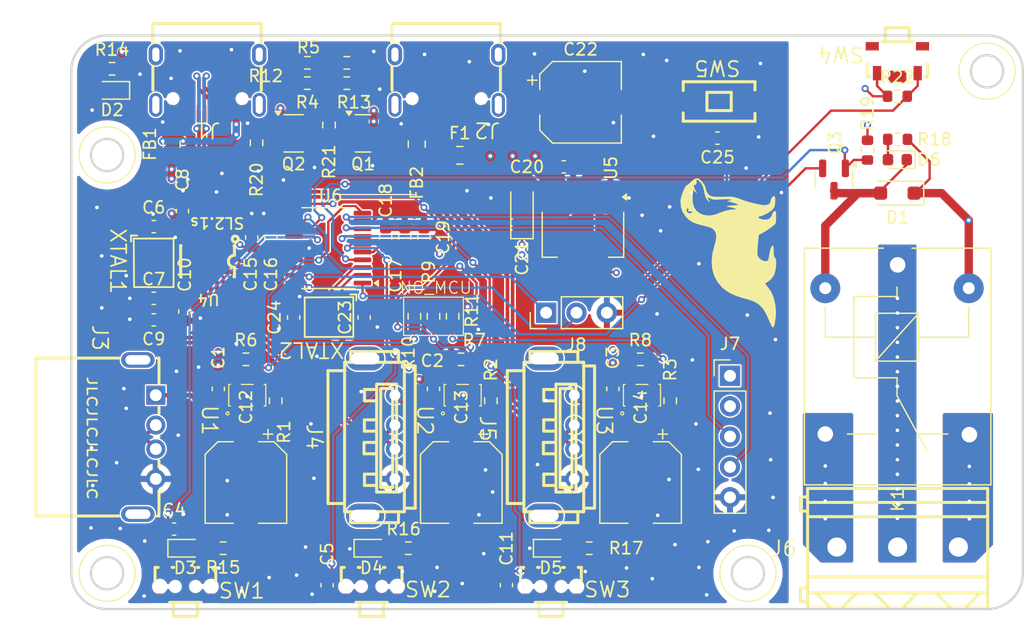
<source format=kicad_pcb>
(kicad_pcb (version 20240108) (generator "pcbnew") (generator_version "8.0")
  (layers (0 "F.Cu" signal) (1 "In1.Cu" signal) (2 "In2.Cu" signal) (31 "B.Cu" signal) (34 "B.Paste" user) (35 "F.Paste" user) (36 "B.SilkS" user "B.Silkscreen") (37 "F.SilkS" user "F.Silkscreen") (38 "B.Mask" user) (39 "F.Mask" user) (44 "Edge.Cuts" user))
  (net 0 "")
  (net 1 "GND")
  (net 2 "/VBUS")
  (net 3 "/SW1")
  (net 4 "/SW2")
  (net 5 "/XIN")
  (net 6 "/XOUT")
  (net 7 "Net-(U4-VDD33)")
  (net 8 "Net-(U4-VDD18)")
  (net 9 "/SW3")
  (net 10 "/VBUS1")
  (net 11 "/VBUS2")
  (net 12 "/VBUS3")
  (net 13 "+3.3V")
  (net 14 "/OSC_IN")
  (net 15 "/OSC_OUT")
  (net 16 "/NRST")
  (net 17 "Net-(D1-A)")
  (net 18 "Net-(D2-A)")
  (net 19 "Net-(D3-A)")
  (net 20 "Net-(D4-A)")
  (net 21 "Net-(D5-A)")
  (net 22 "Net-(D6-A)")
  (net 23 "VEXT")
  (net 24 "VUSB")
  (net 25 "Net-(FB1-Pad1)")
  (net 26 "Net-(FB2-Pad1)")
  (net 29 "/D+")
  (net 30 "/D-")
  (net 32 "Net-(J1-CC1)")
  (net 34 "Net-(J1-CC2)")
  (net 38 "Net-(J2-CC1)")
  (net 42 "Net-(J2-CC2)")
  (net 49 "/DN1")
  (net 50 "/DP1")
  (net 54 "/DP2")
  (net 55 "/DN2")
  (net 57 "/DP3")
  (net 59 "/DN3")
  (net 61 "/NC")
  (net 62 "/COM")
  (net 63 "/NO")
  (net 64 "/UART_RX")
  (net 65 "/UART_TX")
  (net 66 "/SWDIO")
  (net 67 "/SWCLK")
  (net 68 "Net-(Q1-G)")
  (net 69 "Net-(Q2A-B1)")
  (net 70 "/EN_RELAY")
  (net 71 "Net-(U1-SET)")
  (net 72 "Net-(U2-SET)")
  (net 73 "Net-(U3-SET)")
  (net 74 "/EN1")
  (net 75 "/EN2")
  (net 76 "/EN3")
  (net 77 "/BOOT0")
  (net 78 "/MCU_DN")
  (net 79 "/MCU_DP")
  (footprint "Resistor_SMD:R_0603_1608Metric" (layer "F.Cu") (at 136.9 123.9 180)
    (property "Reference" "R16")
    (property "Value" "330")
  )
  (footprint "PCB_NEW_PCB_2024-05-14:SSOP-16_L4.6-W2.6-P0.53-LS4.0-BL" (layer "F.Cu") (at 120.1 99.9 180)
    (property "Reference" "U4")
    (property "Value" "SL2.1s")
  )
  (footprint "Capacitor_SMD:C_0603_1608Metric" (layer "F.Cu") (at 138.2 97.9 90)
    (property "Reference" "C19")
    (property "Value" "1uF")
  )
  (footprint "Resistor_SMD:R_0603_1608Metric" (layer "F.Cu") (at 131.749 83.3 180)
    (property "Reference" "R5")
    (property "Value" "5.1k")
  )
  (footprint "PCBLIB_SOT-23-5_L3.0-W1.7-P0.95-LS2.8-BR_2024-05-18:SOT-23-5_L3.0-W1.7-P0.95-LS2.8-BR" (layer "F.Cu") (at 141.438 111.0998 -90)
    (property "Reference" "U2")
    (property "Value" "MT9700")
  )
  (footprint "Resistor_SMD:R_0603_1608Metric" (layer "F.Cu") (at 152.025 123.9 180)
    (property "Reference" "R17")
    (property "Value" "330")
  )
  (footprint "Capacitor_SMD:C_0603_1608Metric" (layer "F.Cu") (at 136.6 97.9 90)
    (property "Reference" "C17")
    (property "Value" "100nF")
  )
  (footprint "Diode_SMD:D_SOD-123F" (layer "F.Cu") (at 177.7975 94.2 180)
    (property "Reference" "D1")
    (property "Value" "1N4007")
  )
  (footprint "Capacitor_SMD:C_0603_1608Metric" (layer "F.Cu") (at 162.75 89.6 180)
    (property "Reference" "C25")
    (property "Value" "0.1uF")
  )
  (footprint "Resistor_SMD:R_0603_1608Metric" (layer "F.Cu") (at 125.8 111.5749 90)
    (property "Reference" "R1")
    (property "Value" "4.53k")
  )
  (footprint "Resistor_SMD:R_0603_1608Metric" (layer "F.Cu") (at 140.6 104.5 -90)
    (property "Reference" "R11")
    (property "Value" "0R")
  )
  (footprint "Resistor_SMD:R_0603_1608Metric" (layer "F.Cu") (at 123.3105 108.1 180)
    (property "Reference" "R6")
    (property "Value" "10k")
  )
  (footprint "Capacitor_SMD:C_0603_1608Metric" (layer "F.Cu") (at 115.6 104.8 180)
    (property "Reference" "C9")
    (property "Value" "10uF")
  )
  (footprint "PCBLIB_USB-C-SMD_TYPE-C-6PIN-2MD-073_2024-05-18:USB-C-SMD_TYPE-C-6PIN-2MD-073" (layer "F.Cu") (at 120.099 84.9885 180)
    (property "Reference" "J1")
    (property "Value" "USB_C_Signal")
  )
  (footprint "Resistor_SMD:R_0603_1608Metric" (layer "F.Cu") (at 131.749 85 180)
    (property "Reference" "R13")
    (property "Value" "5.1k")
  )
  (footprint "PCBLIB_SOT-23-5_L3.0-W1.7-P0.95-LS2.8-BR_2024-05-18:SOT-23-5_L3.0-W1.7-P0.95-LS2.8-BR" (layer "F.Cu") (at 123.4245 111.0998 -90)
    (property "Reference" "U1")
    (property "Value" "MT9700")
  )
  (footprint "PCBLIB_SW-SMD_GT-TC020B-H035-L05_2024-05-21:SW-SMD_GT-TC020B-H035-L05" (layer "F.Cu") (at 118.2499 126.775)
    (property "Reference" "SW1")
    (property "Value" "USB1")
  )
  (footprint "LED_SMD:LED_0603_1608Metric" (layer "F.Cu") (at 118.2699 123.9)
    (property "Reference" "D3")
    (property "Value" "USB1")
  )
  (footprint "Resistor_SMD:R_0603_1608Metric" (layer "F.Cu") (at 124.2 90 -90)
    (property "Reference" "R20")
    (property "Value" "10k")
  )
  (footprint "Capacitor_SMD:C_0603_1608Metric" (layer "F.Cu") (at 154 110.5747 -90)
    (property "Reference" "C3")
    (property "Value" "0.1uF")
  )
  (footprint "PCBLIB_SOT-23-5_L3.0-W1.7-P0.95-LS2.8-BR_2024-05-18:SOT-23-5_L3.0-W1.7-P0.95-LS2.8-BR" (layer "F.Cu") (at 156.438 111.0998 -90)
    (property "Reference" "U3")
    (property "Value" "MT9700")
  )
  (footprint "PCBLIB_USB-A-TH_AF-10.0-HC6.3_2024-05-20:USB-A-TH_AF-10.0-HC6.3" (layer "F.Cu") (at 115.0239 114.5999 -90)
    (property "Reference" "J3")
    (property "Value" "USB_A_1")
  )
  (footprint "PCBLIB_SW-SMD_GT-TC020B-H035-L05_2024-05-21:SW-SMD_GT-TC020B-H035-L05" (layer "F.Cu") (at 133.824 126.775)
    (property "Reference" "SW2")
    (property "Value" "USB2")
  )
  (footprint "Resistor_SMD:R_0603_1608Metric" (layer "F.Cu") (at 128.449 83.3)
    (property "Reference" "R12")
    (property "Value" "5.1k")
  )
  (footprint "PCBLIB_OSC-SMD_4P-L3.2-W2.5-BL_2024-05-18:OSC-SMD_4P-L3.2-W2.5-BL" (layer "F.Cu") (at 115.607784 100.0269 -90)
    (property "Reference" "XTAL1")
    (property "Value" "12MHz")
  )
  (footprint "Resistor_SMD:R_0603_1608Metric" (layer "F.Cu") (at 139 104.5 -90)
    (property "Reference" "R9")
    (property "Value" "0R")
  )
  (footprint "Package_TO_SOT_SMD:SOT-23" (layer "F.Cu") (at 172.5 93.0625 -90)
    (property "Reference" "Q3")
    (property "Value" "AO3400A")
  )
  (footprint "Resistor_SMD:R_0603_1608Metric" (layer "F.Cu") (at 112.1125 83.8 180)
    (property "Reference" "R14")
    (property "Value" "330")
  )
  (footprint "Resistor_SMD:R_0603_1608Metric" (layer "F.Cu") (at 175.3 90.6 90)
    (property "Reference" "R19")
    (property "Value" "10k")
  )
  (footprint "Capacitor_SMD:C_0603_1608Metric" (layer "F.Cu") (at 149.9 92)
    (property "Reference" "C20")
    (property "Value" "10uF")
  )
  (footprint "Resistor_SMD:R_0603_1608Metric" (layer "F.Cu") (at 121.4 123.9 180)
    (property "Reference" "R15")
    (property "Value" "330")
  )
  (footprint "LOGO" (layer "F.Cu") (at 163.65 98.7 90)
    (property "Reference" "G***")
    (property "Value" "LOGO" (hide yes))
  )
  (footprint "Resistor_SMD:R_0603_1608Metric" (layer "F.Cu") (at 143.8 111.5749 90)
    (property "Reference" "R2")
    (property "Value" "4.53k")
  )
  (footprint "Package_TO_SOT_SMD:SOT-23-6" (layer "F.Cu") (at 127.3 89.2)
    (property "Reference" "Q2")
    (property "Value" "DMMT5401")
  )
  (footprint "Capacitor_SMD:C_0603_1608Metric" (layer "F.Cu") (at 115.6 103 180)
    (property "Reference" "C7")
    (property "Value" "20pF")
  )
  (footprint "Capacitor_SMD:C_0603_1608Metric" (layer "F.Cu") (at 145.1 127 -90)
    (property "Reference" "C11")
    (property "Value" "0.1uF")
  )
  (footprint "Connector_PinHeader_2.54mm:PinHeader_1x05_P2.54mm_Vertical" (layer "F.Cu") (at 163.8 109.48)
    (property "Reference" "J7")
    (property "Value" "Conn_UART")
  )
  (footprint "Package_TO_SOT_SMD:SOT-223-3_TabPin2" (layer "F.Cu") (at 151.5 97.65 -90)
    (property "Reference" "U5")
    (property "Value" "AMS1117-3.3")
  )
  (footprint "PCBLIB_SW-SMD_L6.0-W3.3-LS8.0_2024-05-19:SW-SMD_L6.0-W3.3-LS8.0" (layer "F.Cu") (at 162.75 86.55 180)
    (property "Reference" "SW5")
    (property "Value" "RESET")
  )
  (footprint "Relay_THT:Relay_SPDT_SANYOU_SRD_Series_Form_C" (layer "F.Cu") (at 177.82 100.2 -90)
    (property "Reference" "K1")
    (property "Value" "Relay")
  )
  (footprint "PCBLIB_USB-A-TH_USB-M-22_2024-05-19:USB-A-TH_USB-M-22" (layer "F.Cu") (at 134.5239 114.5999 -90)
    (property "Reference" "J4")
    (property "Value" "USB_A_2")
  )
  (footprint "Capacitor_SMD:CP_Elec_6.3x7.7" (layer "F.Cu") (at 151.3 86.6)
    (property "Reference" "C22")
    (property "Value" "220uF")
  )
  (footprint "Package_TO_SOT_SMD:SOT-23" (layer "F.Cu") (at 133.1 89.2)
    (property "Reference" "Q1")
    (property "Value" "DMG2305UX")
  )
  (footprint "Capacitor_SMD:C_0603_1608Metric" (layer "F.Cu") (at 121 110.5747 -90)
    (property "Reference" "C1")
    (property "Value" "0.1uF")
  )
  (footprint "Capacitor_SMD:C_0603_1608Metric" (layer "F.Cu") (at 130.1 127 -90)
    (property "Reference" "C5")
    (property "Value" "0.1uF")
  )
  (footprint "Capacitor_SMD:C_0603_1608Metric" (layer "F.Cu") (at 127.3 104.6 90)
    (property "Reference" "C24")
    (property "Value" "20pF")
  )
  (footprint "LED_SMD:LED_0603_1608Metric" (layer "F.Cu") (at 133.844 123.9)
    (property "Reference" "D4")
    (property "Value" "USB2")
  )
  (footprint "Capacitor_SMD:C_0603_1608Metric" (layer "F.Cu") (at 133.2 104.6 -90)
    (property "Reference" "C23")
    (property "Value" "20pF")
  )
  (footprint "Package_SO:TSSOP-20_4.4x6.5mm_P0.65mm" (layer "F.Cu") (at 130.2 98.8 180)
    (property "Reference" "U6")
    (property "Value" "STM32F042F6Px")
  )
  (footprint "Capacitor_SMD:C_0603_1608Metric" (layer "F.Cu") (at 139 110.5747 -90)
    (property "Reference" "C2")
    (property "Value" "0.1uF")
  )
  (footprint "Capacitor_SMD:CP_Elec_6.3x7.7" (layer "F.Cu") (at 156.324 118.3999 -90)
    (property "Reference" "C14")
    (property "Value" "220uF")
  )
  (footprint "PCBLIB_CONN-TH_3P-P5.08_DB128L-5.08-3P-OG-S_2024-05-19:CONN-TH_3P-P5.08_DB128L-5.08-3P-OG-S" (layer "F.Cu") (at 177.82 123.8)
    (property "Reference" "J6")
    (property "Value" "Con_Relay")
  )
  (footprint "Capacitor_SMD:C_0603_1608Metric" (layer "F.Cu") (at 115.6 97)
    (property "Reference" "C6")
    (property "Value" "20pF")
  )
  (footprint "Resistor_SMD:R_0603_1608Metric" (layer "F.Cu") (at 141.3 108.1 180)
    (property "Reference" "R7")
    (property "Value" "10k")
  )
  (footprint "PCBLIB_USB-A-TH_USB-M-22_2024-05-19:USB-A-TH_USB-M-22" (layer "F.Cu") (at 149.5239 114.5999 -90)
    (property "Reference" "J5")
    (property "Value" "USB_A_3")
  )
  (footprint "Resistor_SMD:R_0603_1608Metric" (layer "F.Cu") (at 156.3 108.1 180)
    (property "Reference" "R8")
    (property "Value" "10k")
  )
  (footprint "Resistor_SMD:R_0603_1608Metric" (layer "F.Cu") (at 177.82 89.7 180)
    (property "Reference" "R18")
    (property "Value" "330")
  )
  (footprint "LED_SMD:LED_0603_1608Metric" (layer "F.Cu") (at 112.1 85.6 180)
    (property "Reference" "D2")
    (property "Value" "POWER")
  )
  (footprint "Capacitor_SMD:C_0603_1608Metric" (layer "F.Cu") (at 125.4 97.9 90)
    (property "Reference" "C16")
    (property "Value" "100nF")
  )
  (footprint "PCBLIB_SW-SMD_GT-TC020B-H035-L05_2024-05-21:SW-SMD_GT-TC020B-H035-L05" (layer "F.Cu") (at 148.824 126.775)
    (property "Reference" "SW3")
    (property "Value" "USB3")
  )
  (footprint "PCBLIB_OSC-SMD_4P-L3.2-W2.5-BL_2024-05-18:OSC-SMD_4P-L3.2-W2.5-BL" (layer "F.Cu") (at 130.2606 104.575 180)
    (property "Reference" "XTAL2")
    (property "Value" "12MHz")
  )
  (footprint "Capacitor_Tantalum_SMD:CP_EIA-3216-10_Kemet-I" (layer "F.Cu") (at 146.4 95.7 90)
    (property "Reference" "C21")
    (property "Value" "22uF")
  )
  (footprint "Resistor_SMD:R_0603_1608Metric" (layer "F.Cu") (at 130.265 88.5 90)
    (property "Reference" "R21")
    (property "Value" "47k")
  )
  (footprint "Resistor_SMD:R_0603_1608Metric" (layer "F.Cu") (at 128.449 85)
    (property "Reference" "R4")
    (property "Value" "5.1k")
  )
  (footprint "Capacitor_SMD:CP_Elec_6.3x7.7" (layer "F.Cu") (at 123.3105 118.3999 -90)
    (property "Reference" "C12")
    (property "Value" "220uF")
  )
  (footprint "LED_SMD:LED_0603_1608Metric" (layer "F.Cu") (at 177.8 91.4 180)
    (property "Reference" "D6")
    (property "Value" "RELAY")
  )
  (footprint "LED_SMD:LED_0603_1608Metric" (layer "F.Cu") (at 148.844 123.9)
    (property "Reference" "D5")
    (property "Value" "USB3")
  )
  (footprint "PCBLIB_USB-C-SMD_TYPE-C-6PIN-2MD-073_2024-05-18:USB-C-SMD_TYPE-C-6PIN-2MD-073" (layer "F.Cu") (at 140.099 84.9885 180)
    (property "Reference" "J2")
    (property "Value" "USB_C_Signal")
  )
  (footprint "Fuse:Fuse_0805_2012Metric" (layer "F.Cu") (at 117.1 90.1 -90)
    (property "Reference" "FB1")
    (property "Value" "BLM21PG221SN1D")
  )
  (footprint "Capacitor_SMD:C_0805_2012Metric" (layer "F.Cu") (at 141.2 91.0375)
    (property "Reference" "F1")
    (property "Value" "Polyfuse")
  )
  (footprint "Resistor_SMD:R_0603_1608Metric" (layer "F.Cu") (at 177.8 86.1 180)
    (property "Reference" "R22")
    (property "Value" "10k")
  )
  (footprint "Capacitor_SMD:C_0603_1608Metric" (layer "F.Cu") (at 118.2 104.1 -90)
    (property "Reference" "C10")
    (property "Value" "10uF")
  )
  (footprint "Capacitor_SMD:C_0603_1608Metric" (layer "F.Cu") (at 135 97.9 90)
    (property "Reference" "C18")
    (property "Value" "10nF")
  )
  (footprint "Connector_PinHeader_2.54mm:PinHeader_1x03_P2.54mm_Vertical" (layer "F.Cu") (at 148.42 104.2 90)
    (property "Reference" "J8")
    (property "Value" "Conn_Debug")
  )
  (footprint "PCBLIB_SW-SMD_GT-TC020B-H035-L05_2024-05-21:SW-SMD_GT-TC020B-H035-L05" (layer "F.Cu") (at 177.8 83.1885 180)
    (property "Reference" "SW4")
    (property "Value" "BOOT0")
  )
  (footprint "Resistor_SMD:R_0603_1608Metric" (layer "F.Cu") (at 158.8 111.5749 90)
    (property "Reference" "R3")
    (property "Value" "4.53k")
  )
  (footprint "Capacitor_SMD:C_0603_1608Metric" (layer "F.Cu") (at 117.3 122.3)
    (property "Reference" "C4")
    (property "Value" "0.1uF")
  )
  (footprint "Capacitor_SMD:C_0603_1608Metric" (layer "F.Cu") (at 123.8 97.9 90)
    (property "Reference" "C15")
    (property "Value" "4.7uF")
  )
  (footprint "Capacitor_SMD:CP_Elec_6.3x7.7" (layer "F.Cu") (at 141.324 118.3999 -90)
    (property "Reference" "C13")
    (property "Value" "220uF")
  )
  (footprint "Resistor_SMD:R_0603_1608Metric" (layer "F.Cu") (at 137.4 104.5 -90)
    (property "Reference" "R10")
    (property "Value" "0R")
  )
  (footprint "Fuse:Fuse_0805_2012Metric" (layer "F.Cu") (at 137.6 90.1 -90)
    (property "Reference" "FB2")
    (property "Value" "BLM21PG221SN1D")
  )
  (footprint "Capacitor_SMD:C_0603_1608Metric" (layer "F.Cu") (at 118 95.7 90)
    (property "Reference" "C8")
    (property "Value" "10uF")
  )
  (gr_rect (start 136.5 102.9) (end 141.5 106.1) (stroke (width 0.1)) (fill none) (layer "F.SilkS"))
  (gr_circle (center 185.3 84) (end 187.65 84) (stroke (width 0.1)) (fill none) (layer "F.SilkS"))
  (gr_circle (center 111.7 126) (end 114.05 126) (stroke (width 0.1)) (fill none) (layer "F.SilkS"))
  (gr_circle (center 111.7 91) (end 114.05 91) (stroke (width 0.1)) (fill none) (layer "F.SilkS"))
  (gr_circle (center 165.3 126) (end 167.65 126) (stroke (width 0.1)) (fill none) (layer "F.SilkS"))
  (gr_line (start 111.7 81.01) (end 185.3 81.01) (stroke (width 0.2)) (layer "Edge.Cuts"))
  (gr_circle (center 185.3 84.01) (end 186.65 84.01) (stroke (width 0.2)) (fill none) (layer "Edge.Cuts"))
  (gr_line (start 185.3 128.99) (end 111.7 128.99) (stroke (width 0.2)) (layer "Edge.Cuts"))
  (gr_line (start 108.7 125.99) (end 108.7 84.01) (stroke (width 0.2)) (layer "Edge.Cuts"))
  (gr_arc (start 111.7 128.99) (mid 109.57868 128.11132) (end 108.7 125.99) (stroke (width 0.2)) (layer "Edge.Cuts"))
  (gr_circle (center 111.7 91.01) (end 113.05 91.01) (stroke (width 0.2)) (fill none) (layer "Edge.Cuts"))
  (gr_arc (start 188.3 125.99) (mid 187.42132 128.11132) (end 185.3 128.99) (stroke (width 0.2)) (layer "Edge.Cuts"))
  (gr_circle (center 111.7 125.99) (end 113.05 125.99) (stroke (width 0.2)) (fill none) (layer "Edge.Cuts"))
  (gr_arc (start 108.7 84.01) (mid 109.57868 81.88868) (end 111.7 81.01) (stroke (width 0.2)) (layer "Edge.Cuts"))
  (gr_arc (start 185.3 81.01) (mid 187.42132 81.88868) (end 188.3 84.01) (stroke (width 0.2)) (layer "Edge.Cuts"))
  (gr_circle (center 165.3 125.99) (end 166.65 125.99) (stroke (width 0.2)) (fill none) (layer "Edge.Cuts"))
  (gr_line (start 188.3 84.01) (end 188.3 125.99) (stroke (width 0.2)) (layer "Edge.Cuts"))
  (gr_text "NO_MCU" (at 136.1 102.7 0) (layer "F.SilkS") (effects (font (size 1 1) (thickness 0.1)) (justify left bottom)))
  (gr_text "JLCJLCJLCJLC" (at 109.95 109.45 -90) (layer "F.SilkS") (effects (font (size 0.8 1)) (justify left bottom)))
  (segment (start 135.524 125.8) (end 136.35 125.8) (width 0.2) (layer "F.Cu") (net 1))
  (segment (start 123.4 111.2) (end 123.4 109.0145) (width 0.2) (layer "F.Cu") (net 1))
  (segment (start 125.4 96.5) (end 124.8 95.9) (width 0.2) (layer "F.Cu") (net 1))
  (segment (start 116.899 87.3635) (end 116.899 87.701) (width 0.2) (layer "F.Cu") (net 1))
  (segment (start 156.4 109.025) (end 155.475 108.1) (width 0.2) (layer "F.Cu") (net 1))
  (segment (start 117.4824 123.9) (end 117.4824 122.8926) (width 0.2) (layer "F.Cu") (net 1))
  (segment (start 116.482784 98.817216) (end 117.4 97.9) (width 0.2) (layer "F.Cu") (net 1))
  (segment (start 153.8 94.5) (end 155.25 94.5) (width 0.2) (layer "F.Cu") (net 1))
  (segment (start 176.975 86.1) (end 176.1 85.225) (width 0.2) (layer "F.Cu") (net 1))
  (segment (start 118.245 98.0999) (end 117.5999 98.0999) (width 0.2) (layer "F.Cu") (net 1))
  (segment (start 141.5 111.1) (end 141.5 109.125) (width 0.2) (layer "F.Cu") (net 1))
  (segment (start 168.1 94.15) (end 170.125 92.125) (width 0.2) (layer "F.Cu") (net 1))
  (segment (start 129.1605 103.7) (end 128.15 103.7) (width 0.2) (layer "F.Cu") (net 1))
  (segment (start 119.275 104.875) (end 119.5 104.65) (width 0.2) (layer "F.Cu") (net 1))
  (segment (start 116.482784 97.107784) (end 116.375 97) (width 0.2) (layer "F.Cu") (net 1))
  (segment (start 176.975 86.1) (end 175.75 86.1) (width 0.2) (layer "F.Cu") (net 1))
  (segment (start 121.7501 121.0999) (end 121.75 121.1) (width 0.2) (layer "F.Cu") (net 1))
  (segment (start 114.825 104.8) (end 113.65 104.8) (width 0.2) (layer "F.Cu") (net 1))
  (segment (start 122.4855 108.1) (end 122.4855 106.8145) (width 0.2) (layer "F.Cu") (net 1))
  (segment (start 142.7999 121.0999) (end 142.8 121.1) (width 0.2) (layer "F.Cu") (net 1))
  (segment (start 136.899 87.801) (end 136.3 88.4) (width 0.2) (layer "F.Cu") (net 1))
  (segment (start 176.1 85.225) (end 176.1 84.1635) (width 0.2) (layer "F.Cu") (net 1))
  (segment (start 132.05 123.9) (end 132 123.95) (width 0.2) (layer "F.Cu") (net 1))
  (segment (start 156.324 121.0999) (end 157.6999 121.0999) (width 0.2) (layer "F.Cu") (net 1))
  (segment (start 161.975 89.6) (end 161.8 89.6) (width 0.2) (layer "F.Cu") (net 1))
  (segment (start 141.438 111.162) (end 141.5 111.1) (width 0.2) (layer "F.Cu") (net 1))
  (segment (start 128.875 127.775) (end 128.85 127.75) (width 0.2) (layer "F.Cu") (net 1))
  (segment (start 123.4 109.0145) (end 122.4855 108.1) (width 0.2) (layer "F.Cu") (net 1))
  (segment (start 161.8 89.6) (end 158.75 86.55) (width 0.2) (layer "F.Cu") (net 1))
  (segment (start 123.299 87.3635) (end 123.299 88.199) (width 0.2) (layer "F.Cu") (net 1))
  (segment (start 114.825 103) (end 113.6 103) (width 0.2) (layer "F.Cu") (net 1))
  (segment (start 175.3 89.775) (end 175.3 88.5) (width 0.2) (layer "F.Cu") (net 1))
  (segment (start 128.15 103.7) (end 128.15 103.2) (width 0.2) (layer "F.Cu") (net 1))
  (segment (start 141.324 121.0999) (end 142.7999 121.0999) (width 0.2) (layer "F.Cu") (net 1))
  (segment (start 116.482784 98.9268) (end 116.482784 98.817216) (width 0.2) (layer "F.Cu") (net 1))
  (segment (start 118.075 121.075) (end 118.1 121.05) (width 0.2) (layer "F.Cu") (net 1))
  (segment (start 127.425 103.7) (end 127.3 103.825) (width 0.2) (layer "F.Cu") (net 1))
  (segment (start 117.5999 98.0999) (end 117.4 97.9) (width 0.2) (layer "F.Cu") (net 1))
  (segment (start 116.899 87.701) (end 116.35 88.25) (width 0.2) (layer "F.Cu") (net 1))
  (segment (start 134.275 105.375) (end 134.3 105.4) (width 0.2) (layer "F.Cu") (net 1))
  (segment (start 113.65 104.8) (end 113.6 104.75) (width 0.2) (layer "F.Cu") (net 1))
  (segment (start 131.3607 105.45) (end 133.125 105.45) (width 0.2) (layer "F.Cu") (net 1))
  (segment (start 136.35 125.8) (end 136.4 125.85) (width 0.2) (layer "F.Cu") (net 1))
  (segment (start 123.4245 112.3999) (end 123.4245 111.2245) (width 0.2) (layer "F.Cu") (net 1))
  (segment (start 143.299 87.3635) (end 143.299 88.149) (width 0.2) (layer "F.Cu") (net 1))
  (segment (start 116.375 96.775) (end 116.375 97) (width 0.2) (layer "F.Cu") (net 1))
  (segment (start 136.899 87.3635) (end 136.899 87.801) (width 0.2) (layer "F.Cu") (net 1))
  (segment (start 118.05 94) (end 118.05 94.875) (width 0.2) (layer "F.Cu") (net 1))
  (segment (start 118.075 122.3) (end 118.075 121.075) (width 0.2) (layer "F.Cu") (net 1))
  (segment (start 125.4 97.125) (end 125.4 96.5) (width 0.2) (layer "F.Cu") (net 1))
  (segment (start 155.25 94.5) (end 155.35 94.6) (width 0.2) (layer "F.Cu") (net 1))
  (segment (start 175.75 86.1) (end 175.1 85.45) (width 0.2) (layer "F.Cu") (net 1))
  (segment (start 141.438 112.3999) (end 141.438 111.162) (width 0.2) (layer "F.Cu") (net 1))
  (segment (start 143.299 88.149) (end 143.6 88.45) (width 0.2) (layer "F.Cu") (net 1))
  (segment (start 156.438 111.238) (end 156.4 111.2) (width 0.2) (layer "F.Cu") (net 1))
  (segment (start 151.65 125.8) (end 151.7 125.85) (width 0.2) (layer "F.Cu") (net 1))
  (segment (start 123.299 88.199) (end 123.45 88.35) (width 0.2) (layer "F.Cu") (net 1))
  (segment (start 128.6 98.8) (end 128.275 98.475) (width 0.2) (layer "F.Cu") (net 1))
  (segment (start 128.275 98.475) (end 127.3375 98.475) (width 0.2) (layer "F.Cu") (net 1))
  (segment (start 123.8 97.125) (end 123.8 95.9) (width 0.2) (layer "F.Cu") (net 1))
  (segment (start 116.482784 98.9268) (end 116.482784 97.107784) (width 0.2) (layer "F.Cu") (net 1))
  (segment (start 114.732784 101.127) (end 113.327 101.127) (width 0.2) (layer "F.Cu") (net 1))
  (segment (start 133.125 105.45) (end 133.2 105.375) (width 0.2) (layer "F.Cu") (net 1))
  (segment (start 120.8 125.8) (end 121.05 125.55) (width 0.2) (layer "F.Cu") (net 1))
  (segment (start 141.5 109.125) (end 140.475 108.1) (width 0.2) (layer "F.Cu") (net 1))
  (segment (start 123.4245 111.2245) (end 123.4 111.2) (width 0.2) (layer "F.Cu") (net 1))
  (segment (start 150.524 125.8) (end 151.65 125.8) (width 0.2) (layer "F.Cu") (net 1))
  (segment (start 115.55 95.95) (end 116.375 96.775) (width 0.2) (layer "F.Cu") (net 1))
  (segment (start 154 88.25) (end 154.05 88.3) (width 0.2) (layer "F.Cu") (net 1))
  (segment (start 113.327 101.127) (end 113.3 101.1) (width 0.2) (layer "F.Cu") (net 1))
  (segment (start 119.9499 125.8) (end 120.8 125.8) (width 0.2) (layer "F.Cu") (net 1))
  (segment (start 156.4 111.2) (end 156.4 109.025) (width 0.2) (layer "F.Cu") (net 1))
  (segment (start 117.4824 122.8926) (end 118.075 122.3) (width 0.2) (layer "F.Cu") (net 1))
  (segment (start 148.0565 123.9) (end 147.05 123.9) (width 0.2) (layer "F.Cu") (net 1))
  (segment (start 157.6999 121.0999) (end 157.75 121.15) (width 0.2) (layer "F.Cu") (net 1))
  (segment (start 128.15 103.7) (end 127.425 103.7) (width 0.2) (layer "F.Cu") (net 1))
  (segment (start 133.0565 123.9) (end 132.05 123.9) (width 0.2) (layer "F.Cu") (net 1))
  (segment (start 156.438 112.3999) (end 156.438 111.238) (width 0.2) (layer "F.Cu") (net 1))
  (segment (start 118.05 94.875) (end 118 94.925) (width 0.2) (layer "F.Cu") (net 1))
  (segment (start 130.1 127.775) (end 128.875 127.775) (width 0.2) (layer "F.Cu") (net 1))
  (segment (start 118.2 104.875) (end 119.275 104.875) (width 0.2) (layer "F.Cu") (net 1))
  (segment (start 128.15 103.2) (end 127.8 102.85) (width 0.2) (layer "F.Cu") (net 1))
  (segment (start 154 86.6) (end 154 88.25) (width 0.2) (layer "F.Cu") (net 1))
  (segment (start 123.3105 121.0999) (end 121.7501 121.0999) (width 0.2) (layer "F.Cu") (net 1))
  (segment (start 122.4855 106.8145) (end 122.5 106.8) (width 0.2) (layer "F.Cu") (net 1))
  (segment (start 133.2 105.375) (end 134.275 105.375) (width 0.2) (layer "F.Cu") (net 1))
  (segment (start 170.125 92.125) (end 171.55 92.125) (width 0.2) (layer "F.Cu") (net 1))
  (via (at 136.3 88.4) (size 0.6) (drill 0.3) (layers "F.Cu" "B.Cu") (net 1))
  (via (at 142 83.2) (size 0.6) (drill 0.3) (layers "F.Cu" "B.Cu") (net 1))
  (via (at 143.6 88.45) (size 0.6) (drill 0.3) (layers "F.Cu" "B.Cu") (net 1))
  (via (at 128.85 127.75) (size 0.6) (drill 0.3) (layers "F.Cu" "B.Cu") (net 1))
  (via (at 167.05 122.4) (size 0.6) (drill 0.3) (layers "F.Cu" "B.Cu") (net 1))
  (via (at 110.45 87.25) (size 0.6) (drill 0.3) (layers "F.Cu" "B.Cu") (net 1))
  (via (at 136.4 125.85) (size 0.6) (drill 0.3) (layers "F.Cu" "B.Cu") (net 1))
  (via (at 165.15 92.1) (size 0.6) (drill 0.3) (layers "F.Cu" "B.Cu") (net 1))
  (via (at 127.8 102.85) (size 0.6) (drill 0.3) (layers "F.Cu" "B.Cu") (net 1))
  (via (at 165.25 104.4) (size 0.6) (drill 0.3) (layers "F.Cu" "B.Cu") (net 1))
  (via (at 112.8 122.25) (size 0.6) (drill 0.3) (layers "F.Cu" "B.Cu") (net 1))
  (via (at 143.8 94.6) (size 0.6) (drill 0.3) (layers "F.Cu" "B.Cu") (net 1))
  (via (at 158.7 118.15) (size 0.6) (drill 0.3) (layers "F.Cu" "B.Cu") (net 1))
  (via (at 160.95 113.5) (size 0.6) (drill 0.3) (layers "F.Cu" "B.Cu") (net 1))
  (via (at 126.05 105.55) (size 0.6) (drill 0.3) (layers "F.Cu" "B.Cu") (net 1))
  (via (at 129 118.05) (size 0.6) (drill 0.3) (layers "F.Cu" "B.Cu") (net 1))
  (via (at 120.85 94.1) (size 0.6) (drill 0.3) (layers "F.Cu" "B.Cu") (net 1))
  (via (at 167.15 112.6) (size 0.6) (drill 0.3) (layers "F.Cu" "B.Cu") (net 1))
  (via (at 157.3 126.45) (size 0.6) (drill 0.3) (layers "F.Cu" "B.Cu") (net 1))
  (via (at 141.4 126.85) (size 0.6) (drill 0.3) (layers "F.Cu" "B.Cu") (net 1))
  (via (at 119.5 104.65) (size 0.6) (drill 0.3) (layers "F.Cu" "B.Cu") (net 1))
  (via (at 114.45 84.25) (size 0.6) (drill 0.3) (layers "F.Cu" "B.Cu") (net 1))
  (via (at 154.05 88.3) (size 0.6) (drill 0.3) (layers "F.Cu" "B.Cu") (net 1))
  (via (at 117.65 114.45) (size 0.6) (drill 0.3) (layers "F.Cu" "B.Cu") (net 1))
  (via (at 167.2 116.5) (size 0.6) (drill 0.3) (layers "F.Cu" "B.Cu") (net 1))
  (via (at 121.05 125.55) (size 0.6) (drill 0.3) (layers "F.Cu" "B.Cu") (net 1))
  (via (at 142.8 121.1) (size 0.6) (drill 0.3) (layers "F.Cu" "B.Cu") (net 1))
  (via (at 113.3 112.2) (size 0.6) (drill 0.3) (layers "F.Cu" "B.Cu") (net 1))
  (via (at 142.75 105.6) (size 0.6) (drill 0.3) (layers "F.Cu" "B.Cu") (net 1))
  (via (at 156.4 111.2) (size 0.6) (drill 0.3) (layers "F.Cu" "B.Cu") (net 1))
  (via (at 124.8 95.9) (size 0.6) (drill 0.3) (layers "F.Cu" "B.Cu") (net 1))
  (via (at 110.4 115.5) (size 0.6) (drill 0.3) (layers "F.Cu" "B.Cu") (net 1))
  (via (at 117.5 109.1) (size 0.6) (drill 0.3) (layers "F.Cu" "B.Cu") (net 1))
  (via (at 157.75 121.15) (size 0.6) (drill 0.3) (layers "F.Cu" "B.Cu") (net 1))
  (via (at 116.35 88.25) (size 0.6) (drill 0.3) (layers "F.Cu" "B.Cu") (net 1))
  (via (at 141.5 111.1) (size 0.6) (drill 0.3) (layers "F.Cu" "B.Cu") (net 1))
  (via (at 134 82.35) (size 0.6) (drill 0.3) (layers "F.Cu" "B.Cu") (net 1))
  (via (at 117.4 97.9) (size 0.6) (drill 0.3) (layers "F.Cu" "B.Cu") (net 1))
  (via (at 143.35 117.35) (size 0.6) (drill 0.3) (layers "F.Cu" "B.Cu") (net 1))
  (via (at 147.45 82.55) (size 0.6) (drill 0.3) (layers "F.Cu" "B.Cu") (net 1))
  (via (at 122.95 127.5) (size 0.6) (drill 0.3) (layers "F.Cu" "B.Cu") (net 1))
  (via (at 141.8 94) (size 0.6) (drill 0.3) (layers "F.Cu" "B.Cu") (net 1))
  (via (at 110.5 118.65) (size 0.6) (drill 0.3) (layers "F.Cu" "B.Cu") (net 1))
  (via (at 123.8 95.9) (size 0.6) (drill 0.3) (layers "F.Cu" "B.Cu") (net 1))
  (via (at 139.3 125.5) (size 0.6) (drill 0.3) (layers "F.Cu" "B.Cu") (net 1))
  (via (at 119.35 108.75) (size 0.6) (drill 0.3) (layers "F.Cu" "B.Cu") (net 1))
  (via (at 134.3 105.4) (size 0.6) (drill 0.3) (layers "F.Cu" "B.Cu") (net 1))
  (via (at 117.05 84.6) (size 0.6) (drill 0.3) (layers "F.Cu" "B.Cu") (net 1))
  (via (at 132 123.95) (size 0.6) (drill 0.3) (layers "F.Cu" "B.Cu") (net 1))
  (via (at 114.85 123.3) (size 0.6) (drill 0.3) (layers "F.Cu" "B.Cu") (net 1))
  (via (at 158 97.35) (size 0.6) (drill 0.3) (layers "F.Cu" "B.Cu") (net 1))
  (via (at 155.35 94.6) (size 0.6) (drill 0.3) (layers "F.Cu" "B.Cu") (net 1))
  (via (at 160.55 94.2) (size 0.6) (drill 0.3) (layers "F.Cu" "B.Cu") (net 1))
  (via (at 166.2 89.5) (size 0.6) (drill 0.3) (layers "F.Cu" "B.Cu") (net 1))
  (via (at 110.85 95.4) (size 0.6) (drill 0.3) (layers "F.Cu" "B.Cu") (net 1))
  (via (at 118.05 94) (size 0.6) (drill 0.3) (layers "F.Cu" "B.Cu") (net 1))
  (via (at 127.55 126.15) (size 0.6) (drill 0.3) (layers "F.Cu" "B.Cu") (net 1))
  (via (at 161.2 100.1) (size 0.6) (drill 0.3) (layers "F.Cu" "B.Cu") (net 1))
  (via (at 160.65 108.15) (size 0.6) (drill 0.3) (layers "F.Cu" "B.Cu") (net 1))
  (via (at 158.5 83.1) (size 0.6) (drill 0.3) (layers "F.Cu" "B.Cu") (net 1))
  (via (at 133.9 91.9) (size 0.6) (drill 0.3) (layers "F.Cu" "B.Cu") (net 1))
  (via (at 122.5 106.8) (size 0.6) (drill 0.3) (layers "F.Cu" "B.Cu") (net 1))
  (via (at 128.3 123.8) (size 0.6) (drill 0.3) (layers "F.Cu" "B.Cu") (net 1))
  (via (at 110.35 122.2) (size 0.6) (drill 0.3) (layers "F.Cu" "B.Cu") (net 1))
  (via (at 157.4 89.45) (size 0.6) (drill 0.3) (layers "F.Cu" "B.Cu") (net 1))
  (via (at 123.45 88.35) (size 0.6) (drill 0.3) (layers "F.Cu" "B.Cu") (net 1))
  (via (at 151.65 84) (size 0.6) (drill 0.3) (layers "F.Cu" "B.Cu") (net 1))
  (via (at 132.95 110.8) (size 0.6) (drill 0.3) (layers "F.Cu" "B.Cu") (net 1))
  (via (at 125.25 126.35) (size 0.6) (drill 0.3) (layers "F.Cu" "B.Cu") (net 1))
  (via (at 113.6 104.75) (size 0.6) (drill 0.3) (layers "F.Cu" "B.Cu") (net 1))
  (via (at 121.75 121.1) (size 0.6) (drill 0.3) (layers "F.Cu" "B.Cu") (net 1))
  (via (at 168.1 94.15) (size 0.6) (drill 0.3) (layers "F.Cu" "B.Cu") (net 1))
  (via (at 138.25 82.6) (size 0.6) (drill 0.3) (layers "F.Cu" "B.Cu") (net 1))
  (via (at 164.15 122.45) (size 0.6) (drill 0.3) (layers "F.Cu" "B.Cu") (net 1))
  (via (at 147.05 123.9) (size 0.6) (drill 0.3) (layers "F.Cu" "B.Cu") (net 1))
  (via (at 113.6 103) (size 0.6) (drill 0.3) (layers "F.Cu" "B.Cu") (net 1))
  (via (at 147.7 116.9) (size 0.6) (drill 0.3) (layers "F.Cu" "B.Cu") (net 1))
  (via (at 118.1 121.05) (size 0.6) (drill 0.3) (layers "F.Cu" "B.Cu") (net 1))
  (via (at 111.25 99.45) (size 0.6) (drill 0.3) (layers "F.Cu" "B.Cu") (net 1))
  (via (at 167.4 119.65) (size 0.6) (drill 0.3) (layers "F.Cu" "B.Cu") (net 1))
  (via (at 122.1 82.2) (size 0.6) (drill 0.3) (layers "F.Cu" "B.Cu") (net 1))
  (via (at 175.3 88.5) (size 0.6) (drill 0.3) (layers "F.Cu" "B.Cu") (net 1))
  (via (at 167.6 106.45) (size 0.6) (drill 0.3) (layers "F.Cu" "B.Cu") (net 1))
  (via (at 113.1 110.55) (size 0.6) (drill 0.3) (layers "F.Cu" "B.Cu") (net 1))
  (via (at 115.55 95.95) (size 0.6) (drill 0.3) (layers "F.Cu" "B.Cu") (net 1))
  (via (at 114.8 127.9) (size 0.6) (drill 0.3) (layers "F.Cu" "B.Cu") (net 1))
  (via (at 117.8 82.3) (size 0.6) (drill 0.3) (layers "F.Cu" "B.Cu") (net 1))
  (via (at 129.25 107.85) (size 0.6) (drill 0.3) (layers "F.Cu" "B.Cu") (net 1))
  (via (at 128.75 113.5) (size 0.6) (drill 0.3) (layers "F.Cu" "B.Cu") (net 1))
  (via (at 134.5 85.5) (size 0.6) (drill 0.3) (layers "F.Cu" "B.Cu") (net 1))
  (via (at 121.3 92.55) (size 0.6) (drill 0.3) (layers "F.Cu" "B.Cu") (net 1))
  (via (at 111.25 103.8) (size 0.6) (drill 0.3) (layers "F.Cu" "B.Cu") (net 1))
  (via (at 139.1 127.5) (size 0.6) (drill 0.3) (layers "F.Cu" "B.Cu") (net 1))
  (via (at 124.35 92.35) (size 0.6) (drill 0.3) (layers "F.Cu" "B.Cu") (net 1))
  (via (at 175.1 85.45) (size 0.6) (drill 0.3) (layers "F.Cu" "B.Cu") (net 1))
  (via (at 158.75 95.35) (size 0.6) (drill 0.3) (layers "F.Cu" "B.Cu") (net 1))
  (via (at 123.4 111.2) (size 0.6) (drill 0.3) (layers "F.Cu" "B.Cu") (net 1))
  (via (at 121.75 118.25) (size 0.6) (drill 0.3) (layers "F.Cu" "B.Cu") (net 1))
  (via (at 118.45 93.05) (size 0.6) (drill 0.3) (layers "F.Cu" "B.Cu") (net 1))
  (via (at 157.7 104.3) (size 0.6) (drill 0.3) (layers "F.Cu" "B.Cu") (net 1))
  (via (at 112.5 116.75) (size 0.6) (drill 0.3) (layers "F.Cu" "B.Cu") (net 1))
  (via (at 156.45 96.05) (size 0.6) (drill 0.3) (layers "F.Cu" "B.Cu") (net 1))
  (via (at 143.2 124.35) (size 0.6) (drill 0.3) (layers "F.Cu" "B.Cu") (net 1))
  (via (at 156.55 82.6) (size 0.6) (drill 0.3) (layers "F.Cu" "B.Cu") (net 1))
  (via (at 161.2 125.5) (size 0.6) (drill 0.3) (layers "F.Cu" "B.Cu") (net 1))
  (via (at 161.85 127.8) (size 0.6) (drill 0.3) (layers "F.Cu" "B.Cu") (net 1))
  (via (at 166.35 83.35) (size 0.6) (drill 0.3) (layers "F.Cu" "B.Cu") (net 1))
  (via (at 128.6 98.8) (size 0.6) (drill 0.3) (layers "F.Cu" "B.Cu") (net 1))
  (via (at 143.95 119.2) (size 0.6) (drill 0.3) (layers "F.Cu" "B.Cu") (net 1))
  (via (at 155.15 125.55) (size 0.6) (drill 0.3) (layers "F.Cu" "B.Cu") (net 1))
  (via (at 129.05 92.05) (size 0.6) (drill 0.3) (layers "F.Cu" "B.Cu") (net 1))
  (via (at 148.4 111.55) (size 0.6) (drill 0.3) (layers "F.Cu" "B.Cu") (net 1))
  (via (at 126.45 93.1) (size 0.6) (drill 0.3) (layers "F.Cu" "B.Cu") (net 1))
  (via (at 161.15 117.3) (size 0.6) (drill 0.3) (layers "F.Cu" "B.Cu") (net 1))
  (via (at 151.7 125.85) (size 0.6) (drill 0.3) (layers "F.Cu" "B.Cu") (net 1))
  (via (at 161.95 123.35) (size 0.6) (drill 0.3) (layers "F.Cu" "B.Cu") (net 1))
  (via (at 113.3 101.1) (size 0.6) (drill 0.3) (layers "F.Cu" "B.Cu") (net 1))
  (via (at 159.2 123.6) (size 0.6) (drill 0.3) (layers "F.Cu" "B.Cu") (net 1))
  (segment (start 155.488 109.7997) (end 154 109.7997) (width 0.7) (layer "F.Cu") (net 2))
  (segment (start 141.825 103.675) (end 141.85 103.7) (width 0.7) (layer "F.Cu") (net 2))
  (segment (start 140.6 103.675) (end 141.825 103.675) (width 0.7) (layer "F.Cu") (net 2))
  (segment (start 183.77 102.15) (end 183.77 96.47) (width 0.7) (layer "F.Cu") (net 2))
  (segment (start 122.4745 109.7997) (end 121 109.7997) (width 0.7) (layer "F.Cu") (net 2))
  (segment (start 139 109.7997) (end 137.8497 109.7997) (width 0.7) (layer "F.Cu") (net 2))
  (segment (start 181.5 94.2) (end 179.1975 94.2) (width 0.7) (layer "F.Cu") (net 2))
  (segment (start 117.675 96.475) (end 117.1 95.9) (width 0.7) (layer "F.Cu") (net 2))
  (segment (start 179.3 94.2) (end 180.5 93) (width 0.2) (layer "F.Cu") (net 2))
  (segment (start 137.4 103.675) (end 140.6 103.675) (width 0.7) (layer "F.Cu") (net 2))
  (segment (start 180.5 93) (end 180.5 91.555) (width 0.2) (layer "F.Cu") (net 2))
  (segment (start 140.488 109.7997) (end 139 109.7997) (width 0.7) (layer "F.Cu") (net 2))
  (segment (start 183.77 96.47) (end 181.5 94.2) (width 0.7) (layer "F.Cu") (net 2))
  (segment (start 118.7749 97.2499) (end 118.7749 98.0999) (width 0.2) (layer "F.Cu") (net 2))
  (segment (start 179.1975 94.2) (end 179.3 94.2) (width 0.2) (layer "F.Cu") (net 2))
  (segment (start 121 108.5999) (end 121 107.4999) (width 0.7) (layer "F.Cu") (net 2))
  (segment (start 112.9375 82.4125) (end 112.95 82.4) (width 0.7) (layer "F.Cu") (net 2))
  (segment (start 137.8497 109.7997) (end 137.8 109.75) (width 0.7) (layer "F.Cu") (net 2))
  (segment (start 118 96.475) (end 118.7749 97.2499) (width 0.2) (layer "F.Cu") (net 2))
  (segment (start 112.9375 83.8) (end 112.9375 82.4125) (width 0.7) (layer "F.Cu") (net 2))
  (segment (start 180.5 91.555) (end 178.645 89.7) (width 0.2) (layer "F.Cu") (net 2))
  (segment (start 154 109.7997) (end 154 108.3999) (width 0.7) (layer "F.Cu") (net 2))
  (segment (start 118 96.475) (end 117.675 96.475) (width 0.7) (layer "F.Cu") (net 2))
  (segment (start 121 109.7997) (end 121 108.5999) (width 0.7) (layer "F.Cu") (net 2))
  (via (at 143.75 91.1) (size 0.6) (drill 0.3) (layers "F.Cu" "B.Cu") (net 2))
  (via (at 147.5 91.1) (size 0.6) (drill 0.3) (layers "F.Cu" "B.Cu") (net 2))
  (via (at 145.625 91.1) (size 0.6) (drill 0.3) (layers "F.Cu" "B.Cu") (net 2))
  (via (at 141.85 103.7) (size 0.6) (drill 0.3) (layers "F.Cu" "B.Cu") (net 2))
  (via (at 154 107.2999) (size 0.6) (drill 0.3) (layers "F.Cu" "B.Cu") (net 2))
  (via (at 137.8 109.75) (size 0.6) (drill 0.3) (layers "F.Cu" "B.Cu") (net 2))
  (via (at 117.1 95.9) (size 0.6) (drill 0.3) (layers "F.Cu" "B.Cu") (net 2))
  (via (at 183.77 96.47) (size 0.6) (drill 0.3) (layers "F.Cu" "B.Cu") (net 2))
  (via (at 112.95 82.4) (size 0.6) (drill 0.3) (layers "F.Cu" "B.Cu") (net 2))
  (via (at 121 108.5999) (size 0.6) (drill 0.3) (layers "F.Cu" "B.Cu") (net 2))
  (via (at 121 107.4999) (size 0.6) (drill 0.3) (layers "F.Cu" "B.Cu") (net 2))
  (via (at 154 108.3999) (size 0.6) (drill 0.3) (layers "F.Cu" "B.Cu") (net 2))
  (via (at 136.95 108.85) (size 0.6) (drill 0.3) (layers "F.Cu" "B.Cu") (net 2))
  (segment (start 116.8 122.025) (end 116.525 122.3) (width 0.2) (layer "F.Cu") (net 3))
  (segment (start 116.8 121) (end 116.8 122.025) (width 0.2) (layer "F.Cu") (net 3))
  (segment (start 116.5499 125.8) (end 116.5499 122.3249) (width 0.2) (layer "F.Cu") (net 3))
  (segment (start 129.3 98.1) (end 129.025 97.825) (width 0.2) (layer "F.Cu") (net 3))
  (segment (start 129.025 97.825) (end 127.3375 97.825) (width 0.2) (layer "F.Cu") (net 3))
  (segment (start 116.5499 122.3249) (end 116.525 122.3) (width 0.2) (layer "F.Cu") (net 3))
  (via (at 129.3 98.1) (size 0.6) (drill 0.3) (layers "F.Cu" "B.Cu") (net 3))
  (via (at 116.8 121) (size 0.6) (drill 0.3) (layers "F.Cu" "B.Cu") (net 3))
  (segment (start 124.9 97.9) (end 118.6 104.2) (width 0.2) (layer "B.Cu") (net 3))
  (segment (start 118.6 104.2) (end 118.6 119.2) (width 0.2) (layer "B.Cu") (net 3))
  (segment (start 129.3 98.1) (end 129.1 97.9) (width 0.2) (layer "B.Cu") (net 3))
  (segment (start 129.1 97.9) (end 124.9 97.9) (width 0.2) (layer "B.Cu") (net 3))
  (segment (start 118.6 119.2) (end 116.8 121) (width 0.2) (layer "B.Cu") (net 3))
  (segment (start 131.699 126.225) (end 132.124 125.8) (width 0.2) (layer "F.Cu") (net 4))
  (segment (start 130.5 125.2) (end 130.5 125.825) (width 0.2) (layer "F.Cu") (net 4))
  (segment (start 130.5 125.825) (end 130.1 126.225) (width 0.2) (layer "F.Cu") (net 4))
  (segment (start 135.1008 99.8008) (end 135.1008 106.9008) (width 0.2) (layer "F.Cu") (net 4))
  (segment (start 132.125 98.475) (end 133.0625 98.475) (width 0.2) (layer "F.Cu") (net 4))
  (segment (start 135.1 99.8) (end 135.1008 99.8008) (width 0.2) (layer "F.Cu") (net 4))
  (segment (start 135.1008 106.9008) (end 135.8 107.6) (width 0.2) (layer "F.Cu") (net 4))
  (segment (start 131.8 98.8) (end 132.125 98.475) (width 0.2) (layer "F.Cu") (net 4))
  (segment (start 130.1 126.225) (end 131.699 126.225) (width 0.2) (layer "F.Cu") (net 4))
  (via (at 135.1 99.8) (size 0.6) (drill 0.3) (layers "F.Cu" "B.Cu") (net 4))
  (via (at 131.8 98.8) (size 0.6) (drill 0.3) (layers "F.Cu" "B.Cu") (net 4))
  (via (at 130.5 125.2) (size 0.6) (drill 0.3) (layers "F.Cu" "B.Cu") (net 4))
  (via (at 135.8 107.6) (size 0.6) (drill 0.3) (layers "F.Cu" "B.Cu") (net 4))
  (segment (start 131.8 98.8) (end 134.1 98.8) (width 0.2) (layer "B.Cu") (net 4))
  (segment (start 130.6 125.1) (end 130.5 125.2) (width 0.2) (layer "B.Cu") (net 4))
  (segment (start 134.1 98.8) (end 135.1 99.8) (width 0.2) (layer "B.Cu") (net 4))
  (segment (start 130.6 114.5) (end 130.6 125.1) (width 0.2) (layer "B.Cu") (net 4))
  (segment (start 135.8 107.6) (end 135.8 109.3) (width 0.2) (layer "B.Cu") (net 4))
  (segment (start 135.8 109.3) (end 130.6 114.5) (width 0.2) (layer "B.Cu") (net 4))
  (segment (start 114.825 97) (end 114.825 98.834584) (width 0.2) (layer "F.Cu") (net 5))
  (segment (start 115.805984 100) (end 119.2 100) (width 0.2) (layer "F.Cu") (net 5))
  (segment (start 119.8351 100.6351) (end 119.8351 101.7001) (width 0.2) (layer "F.Cu") (net 5))
  (segment (start 119.2 100) (end 119.8351 100.6351) (width 0.2) (layer "F.Cu") (net 5))
  (segment (start 114.825 98.834584) (end 114.732784 98.9268) (width 0.2) (layer "F.Cu") (net 5))
  (segment (start 114.732784 98.9268) (end 115.805984 100) (width 0.2) (layer "F.Cu") (net 5))
  (segment (start 116.482784 102.892216) (end 116.375 103) (width 0.2) (layer "F.Cu") (net 6))
  (segment (start 119.305 100.905) (end 118.8 100.4) (width 0.2) (layer "F.Cu") (net 6))
  (segment (start 116.482784 101.127) (end 116.482784 102.892216) (width 0.2) (layer "F.Cu") (net 6))
  (segment (start 118.8 100.4) (end 117.209784 100.4) (width 0.2) (layer "F.Cu") (net 6))
  (segment (start 119.305 101.7001) (end 119.305 100.905) (width 0.2) (layer "F.Cu") (net 6))
  (segment (start 117.209784 100.4) (end 116.482784 101.127) (width 0.2) (layer "F.Cu") (net 6))
  (segment (start 117.2 102.9) (end 117.2 104.4) (width 0.2) (layer "F.Cu") (net 7))
  (segment (start 118.245 101.855) (end 117.2 102.9) (width 0.2) (layer "F.Cu") (net 7))
  (segment (start 118.245 101.7001) (end 118.245 101.855) (width 0.2) (layer "F.Cu") (net 7))
  (segment (start 116.8 104.8) (end 116.375 104.8) (width 0.2) (layer "F.Cu") (net 7))
  (segment (start 117.2 104.4) (end 116.8 104.8) (width 0.2) (layer "F.Cu") (net 7))
  (segment (start 118.7749 101.7001) (end 118.7749 102.7501) (width 0.2) (layer "F.Cu") (net 8))
  (segment (start 118.7749 102.7501) (end 118.2 103.325) (width 0.2) (layer "F.Cu") (net 8))
  (segment (start 143.8 108.65) (end 143.7 108.55) (width 0.2) (layer "F.Cu") (net 9))
  (segment (start 143.7 108.55) (end 143.7 101.4) (width 0.2) (layer "F.Cu") (net 9))
  (segment (start 147.124 125.8) (end 146.2 125.8) (width 0.2) (layer "F.Cu") (net 9))
  (segment (start 143.7 101.4) (end 142.3 100) (width 0.2) (layer "F.Cu") (net 9))
  (segment (start 146.2 125.8) (end 145.525 125.8) (width 0.2) (layer "F.Cu") (net 9))
  (segment (start 131.35 98) (end 131.525 97.825) (width 0.2) (layer "F.Cu") (net 9))
  (segment (start 131.525 97.825) (end 133.0625 97.825) (width 0.2) (layer "F.Cu") (net 9))
  (segment (start 145.525 125.8) (end 145.1 126.225) (width 0.2) (layer "F.Cu") (net 9))
  (via (at 143.8 108.65) (size 0.6) (drill 0.3) (layers "F.Cu" "B.Cu") (net 9))
  (via (at 131.35 98) (size 0.6) (drill 0.3) (layers "F.Cu" "B.Cu") (net 9))
  (via (at 142.3 100) (size 0.6) (drill 0.3) (layers "F.Cu" "B.Cu") (net 9))
  (via (at 146.2 125.8) (size 0.6) (drill 0.3) (layers "F.Cu" "B.Cu") (net 9))
  (segment (start 131.35 98) (end 131.55 97.8) (width 0.2) (layer "B.Cu") (net 9))
  (segment (start 146.2 121.1) (end 146.2 125.8) (width 0.2) (layer "B.Cu") (net 9))
  (segment (start 140.1 97.8) (end 142.3 100) (width 0.2) (layer "B.Cu") (net 9))
  (segment (start 131.55 97.8) (end 140.1 97.8) (width 0.2) (layer "B.Cu") (net 9))
  (segment (start 145.8 110.65) (end 145.8 120.7) (width 0.2) (layer "B.Cu") (net 9))
  (segment (start 145.8 120.7) (end 146.2 121.1) (width 0.2) (layer "B.Cu") (net 9))
  (segment (start 143.8 108.65) (end 145.8 110.65) (width 0.2) (layer "B.Cu") (net 9))
  (segment (start 125.8 123.3) (end 125.8 118.1894) (width 0.35) (layer "F.Cu") (net 10))
  (segment (start 123.3105 115.6999) (end 118.7105 111.0999) (width 0.35) (layer "F.Cu") (net 10))
  (segment (start 118.7105 111.0999) (end 115.774 111.0999) (width 0.35) (layer "F.Cu") (net 10))
  (segment (start 122.4745 114.8639) (end 123.3105 115.6999) (width 0.35) (layer "F.Cu") (net 10))
  (segment (start 125.2 123.9) (end 125.8 123.3) (width 0.35) (layer "F.Cu") (net 10))
  (segment (start 122.4745 112.3999) (end 122.4745 114.8639) (width 0.35) (layer "F.Cu") (net 10))
  (segment (start 125.8 118.1894) (end 123.3105 115.6999) (width 0.35) (layer "F.Cu") (net 10))
  (segment (start 122.225 123.9) (end 125.2 123.9) (width 0.35) (layer "F.Cu") (net 10))
  (segment (start 140.3741 115.6999) (end 141.324 115.6999) (width 0.35) (layer "F.Cu") (net 11))
  (segment (start 135.774 111.0998) (end 140.3741 115.6999) (width 0.35) (layer "F.Cu") (net 11))
  (segment (start 139.1 117.9239) (end 139.1 122.9) (width 0.35) (layer "F.Cu") (net 11))
  (segment (start 138.1 123.9) (end 137.725 123.9) (width 0.35) (layer "F.Cu") (net 11))
  (segment (start 139.1 122.9) (end 138.1 123.9) (width 0.35) (layer "F.Cu") (net 11))
  (segment (start 141.324 115.6999) (end 139.1 117.9239) (width 0.35) (layer "F.Cu") (net 11))
  (segment (start 140.488 112.3999) (end 140.488 114.8639) (width 0.35) (layer "F.Cu") (net 11))
  (segment (start 140.488 114.8639) (end 141.324 115.6999) (width 0.35) (layer "F.Cu") (net 11))
  (segment (start 155.488 114.8639) (end 156.324 115.6999) (width 0.35) (layer "F.Cu") (net 12))
  (segment (start 155.3741 115.6999) (end 156.324 115.6999) (width 0.35) (layer "F.Cu") (net 12))
  (segment (start 152.85 123.9) (end 152.85 123.55) (width 0.35) (layer "F.Cu") (net 12))
  (segment (start 155.488 112.3999) (end 155.488 114.8639) (width 0.35) (layer "F.Cu") (net 12))
  (segment (start 152.85 123.55) (end 154.1 122.3) (width 0.35) (layer "F.Cu") (net 12))
  (segment (start 154.1 122.3) (end 154.1 117.9239) (width 0.35) (layer "F.Cu") (net 12))
  (segment (start 154.1 117.9239) (end 156.324 115.6999) (width 0.35) (layer "F.Cu") (net 12))
  (segment (start 150.774 111.0998) (end 155.3741 115.6999) (width 0.35) (layer "F.Cu") (net 12))
  (segment (start 154.25 100.8) (end 154.3 100.85) (width 0.2) (layer "F.Cu") (net 13))
  (segment (start 146.4 97.05) (end 146.4 98.5) (width 0.2) (layer "F.Cu") (net 13))
  (segment (start 125.85 99.125) (end 125.4 98.675) (width 0.2) (layer "F.Cu") (net 13))
  (segment (start 134.425 98.675) (end 133.975 99.125) (width 0.2) (layer "F.Cu") (net 13))
  (segment (start 135 98.675) (end 134.425 98.675) (width 0.2) (layer "F.Cu") (net 13))
  (segment (start 133.975 99.125) (end 133.0625 99.125) (width 0.2) (layer "F.Cu") (net 13))
  (segment (start 127.3375 99.125) (end 125.85 99.125) (width 0.2) (layer "F.Cu") (net 13))
  (segment (start 138.2 98.675) (end 135 98.675) (width 0.2) (layer "F.Cu") (net 13))
  (segment (start 138.2 98.675) (end 138.875 98.675) (width 0.2) (layer "F.Cu") (net 13))
  (segment (start 151.5 100.8) (end 154.25 100.8) (width 0.2) (layer "F.Cu") (net 13))
  (segment (start 122.975 98.675) (end 122.8 98.5) (width 0.2) (layer "F.Cu") (net 13))
  (segment (start 138.875 98.675) (end 139.5 99.3) (width 0.2) (layer "F.Cu") (net 13))
  (segment (start 123.8 98.675) (end 125.4 98.675) (width 0.2) (layer "F.Cu") (net 13))
  (segment (start 123.8 98.675) (end 122.975 98.675) (width 0.2) (layer "F.Cu") (net 13))
  (via (at 139.5 99.3) (size 0.6) (drill 0.3) (layers "F.Cu" "B.Cu") (net 13))
  (via (at 154.3 100.85) (size 0.6) (drill 0.3) (layers "F.Cu" "B.Cu") (net 13))
  (via (at 146.4 99.35) (size 0.6) (drill 0.3) (layers "F.Cu" "B.Cu") (net 13))
  (via (at 122.8 98.5) (size 0.6) (drill 0.3) (layers "F.Cu" "B.Cu") (net 13))
  (via (at 146.4 98.5) (size 0.6) (drill 0.3) (layers "F.Cu" "B.Cu") (net 13))
  (segment (start 133.0625 101.075) (end 132.325001 101.075) (width 0.2) (layer "F.Cu") (net 14))
  (segment (start 131.3607 102.039301) (end 131.3607 103.7) (width 0.2) (layer "F.Cu") (net 14))
  (segment (start 132.325001 101.075) (end 131.3607 102.039301) (width 0.2) (layer "F.Cu") (net 14))
  (segment (start 133.075 103.7) (end 133.2 103.825) (width 0.2) (layer "F.Cu") (net 14))
  (segment (start 131.3607 103.7) (end 133.075 103.7) (width 0.2) (layer "F.Cu") (net 14))
  (segment (start 127.375 105.45) (end 127.3 105.375) (width 0.2) (layer "F.Cu") (net 15))
  (segment (start 129.1605 105.45) (end 127.375 105.45) (width 0.2) (layer "F.Cu") (net 15))
  (segment (start 130.3 104.3105) (end 129.1605 105.45) (width 0.2) (layer "F.Cu") (net 15))
  (segment (start 130.3 102.5) (end 130.3 104.3105) (width 0.2) (layer "F.Cu") (net 15))
  (segment (start 133.0625 100.425) (end 132.375 100.425) (width 0.2) (layer "F.Cu") (net 15))
  (segment (start 132.375 100.425) (end 130.3 102.5) (width 0.2) (layer "F.Cu") (net 15))
  (segment (start 148.7 102.6) (end 139.55 93.45) (width 0.2) (layer "F.Cu") (net 16))
  (segment (start 155.35 102.6) (end 148.7 102.6) (width 0.2) (layer "F.Cu") (net 16))
  (segment (start 163.525 94.425) (end 155.5 102.45) (width 0.2) (layer "F.Cu") (net 16))
  (segment (start 133.0625 99.775) (end 131.725 99.775) (width 0.2) (layer "F.Cu") (net 16))
  (segment (start 131.725 99.775) (end 131.65 99.7) (width 0.2) (layer "F.Cu") (net 16))
  (segment (start 166.7 86.6) (end 166.525 86.6) (width 0.2) (layer "F.Cu") (net 16))
  (segment (start 166.75 86.55) (end 166.7 86.6) (width 0.2) (layer "F.Cu") (net 16))
  (segment (start 155.5 102.45) (end 155.35 102.6) (width 0.2) (layer "F.Cu") (net 16))
  (segment (start 163.525 89.6) (end 163.525 94.425) (width 0.2) (layer "F.Cu") (net 16))
  (segment (start 148.7 102.6) (end 148.65 102.6) (width 0.2) (layer "F.Cu") (net 16))
  (segment (start 139.55 93.45) (end 131.6 93.45) (width 0.2) (layer "F.Cu") (net 16))
  (segment (start 166.525 86.6) (end 163.525 89.6) (width 0.2) (layer "F.Cu") (net 16))
  (via (at 131.65 99.7) (size 0.6) (drill 0.3) (layers "F.Cu" "B.Cu") (net 16))
  (via (at 131.6 93.45) (size 0.6) (drill 0.3) (layers "F.Cu" "B.Cu") (net 16))
  (segment (start 131.6 93.45) (end 130.35 93.45) (width 0.2) (layer "B.Cu") (net 16))
  (segment (start 130.6 98.65) (end 131.65 99.7) (width 0.2) (layer "B.Cu") (net 16))
  (segment (start 130.35 93.45) (end 129.7 94.1) (width 0.2) (layer "B.Cu") (net 16))
  (segment (start 129.7 95.2) (end 130.6 96.1) (width 0.2) (layer "B.Cu") (net 16))
  (segment (start 129.7 94.1) (end 129.7 95.2) (width 0.2) (layer "B.Cu") (net 16))
  (segment (start 130.6 96.1) (end 130.6 98.65) (width 0.2) (layer "B.Cu") (net 16))
  (segment (start 178.5875 91.4) (end 178.5875 91.8125) (width 0.2) (layer "F.Cu") (net 17))
  (segment (start 178.5875 91.8125) (end 176.3975 94.0025) (width 0.2) (layer "F.Cu") (net 17))
  (segment (start 174.5 94.2) (end 176.3975 94.2) (width 0.7) (layer "F.Cu") (net 17))
  (segment (start 172.7 94.2) (end 172.5 94) (width 0.7) (layer "F.Cu") (net 17))
  (segment (start 176.3975 94.2) (end 172.7 94.2) (width 0.7) (layer "F.Cu") (net 17))
  (segment (start 176.3975 94.0025) (end 176.3975 94.2) (width 0.2) (layer "F.Cu") (net 17))
  (segment (start 171.77 96.93) (end 174.5 94.2) (width 0.7) (layer "F.Cu") (net 17))
  (segment (start 171.77 102.15) (end 171.77 96.93) (width 0.7) (layer "F.Cu") (net 17))
  (segment (start 111.2875 83.8) (end 111.2875 85.575) (width 0.2) (layer "F.Cu") (net 18))
  (segment (start 111.2875 85.575) (end 111.3125 85.6) (width 0.2) (layer "F.Cu") (net 18))
  (segment (start 119.0574 123.9) (end 120.575 123.9) (width 0.2) (layer "F.Cu") (net 19))
  (segment (start 134.6315 123.9) (end 136.075 123.9) (width 0.2) (layer "F.Cu") (net 20))
  (segment (start 149.6315 123.9) (end 151.2 123.9) (width 0.2) (layer "F.Cu") (net 21))
  (segment (start 177.0125 91.4) (end 177.0125 89.7175) (width 0.2) (layer "F.Cu") (net 22))
  (segment (start 177.0125 89.7175) (end 176.995 89.7) (width 0.2) (layer "F.Cu") (net 22))
  (segment (start 134 89.1625) (end 134.0375 89.2) (width 0.7) (layer "F.Cu") (net 24))
  (segment (start 126.2 88.2125) (end 126.1625 88.25) (width 0.7) (layer "F.Cu") (net 24))
  (segment (start 117.1 93) (end 117.1 91.0375) (width 0.7) (layer "F.Cu") (net 24))
  (segment (start 126.2 87.1) (end 126.2 88.2125) (width 0.7) (layer "F.Cu") (net 24))
  (segment (start 134 88.2) (end 134 87.3) (width 0.7) (layer "F.Cu") (net 24))
  (segment (start 134 88.2) (end 134 89.1625) (width 0.7) (layer "F.Cu") (net 24))
  (via (at 134 87.3) (size 0.6) (drill 0.3) (layers "F.Cu" "B.Cu") (net 24))
  (via (at 134 88.2) (size 0.6) (drill 0.3) (layers "F.Cu" "B.Cu") (net 24))
  (via (at 117.1 93) (size 0.6) (drill 0.3) (layers "F.Cu" "B.Cu") (net 24))
  (via (at 126.2 87.1) (size 0.6) (drill 0.3) (layers "F.Cu" "B.Cu") (net 24))
  (via (at 117.1 92.2) (size 0.6) (drill 0.3) (layers "F.Cu" "B.Cu") (net 24))
  (segment (start 122.4989 89.2989) (end 122.5 89.3) (width 0.6) (layer "F.Cu") (net 25))
  (segment (start 117.3625 89.1625) (end 118.05 89.85) (width 0.6) (layer "F.Cu") (net 25))
  (segment (start 117.6988 87.3635) (end 117.6988 88.5637) (width 0.6) (layer "F.Cu") (net 25))
  (segment (start 122.4989 87.3635) (end 122.4989 89.2989) (width 0.6) (layer "F.Cu") (net 25))
  (segment (start 117.1 89.1625) (end 117.3625 89.1625) (width 0.6) (layer "F.Cu") (net 25))
  (segment (start 117.0375 89.1625) (end 117.1 89.1625) (width 0.6) (layer "F.Cu") (net 25))
  (segment (start 116.35 89.85) (end 117.0375 89.1625) (width 0.6) (layer "F.Cu") (net 25))
  (segment (start 117.6988 88.5637) (end 117.1 89.1625) (width 0.6) (layer "F.Cu") (net 25))
  (via (at 118.05 89.85) (size 0.6) (drill 0.3) (layers "F.Cu" "B.Cu") (net 25))
  (via (at 122.5 88.45) (size 0.6) (drill 0.3) (layers "F.Cu" "B.Cu") (net 25))
  (via (at 122.5 89.3) (size 0.6) (drill 0.3) (layers "F.Cu" "B.Cu") (net 25))
  (via (at 116.35 89.85) (size 0.6) (drill 0.3) (layers "F.Cu" "B.Cu") (net 25))
  (segment (start 121.95 89.85) (end 122.5 89.3) (width 0.6) (layer "B.Cu") (net 25))
  (segment (start 122.5 89.3) (end 122.5 88.45) (width 0.6) (layer "B.Cu") (net 25))
  (segment (start 118.05 89.85) (end 121.95 89.85) (width 0.6) (layer "B.Cu") (net 25))
  (segment (start 116.35 89.85) (end 118.05 89.85) (width 0.6) (layer "B.Cu") (net 25))
  (segment (start 142.5 88.6) (end 141.9375 89.1625) (width 0.5) (layer "F.Cu") (net 26))
  (segment (start 142.5 88.0022) (end 142.5 88.6) (width 0.5) (layer "F.Cu") (net 26))
  (segment (start 137.6988 87.3635) (end 137.6988 89.0637) (width 0.5) (layer "F.Cu") (net 26))
  (segment (start 137.6988 89.0637) (end 137.6 89.1625) (width 0.5) (layer "F.Cu") (net 26))
  (segment (start 142.4989 87.3635) (end 142.4989 88.0011) (width 0.5) (layer "F.Cu") (net 26))
  (segment (start 142.4989 88.0011) (end 142.5 88.0022) (width 0.5) (layer "F.Cu") (net 26))
  (segment (start 141.9375 89.1625) (end 137.6 89.1625) (width 0.5) (layer "F.Cu") (net 26))
  (segment (start 119.382999 85.488471) (end 119.382999 84.583999) (width 0.305) (layer "F.Cu") (net 29))
  (segment (start 119.3491 87.3635) (end 119.3491 88.188501) (width 0.305) (layer "F.Cu") (net 29))
  (segment (start 119.3491 87.3635) (end 119.382999 87.397399) (width 0.305) (layer "F.Cu") (net 29))
  (segment (start 119.383 97) (end 119.35405 97.02895) (width 0.305) (layer "F.Cu") (net 29))
  (segment (start 119.382999 87.397399) (end 119.382999 88.616001) (width 0.305) (layer "F.Cu") (net 29))
  (segment (start 119.35405 97.02895) (end 119.35405 97.57585) (width 0.305) (layer "F.Cu") (net 29))
  (segment (start 120.383 86.504599) (end 120.383 86.488472) (width 0.305) (layer "F.Cu") (net 29))
  (segment (start 119.3491 88.188501) (end 119.383 88.222401) (width 0.305) (layer "F.Cu") (net 29))
  (segment (start 120.3491 87.3635) (end 120.3491 86.538499) (width 0.305) (layer "F.Cu") (net 29))
  (segment (start 119.382999 84.583999) (end 119.199 84.4) (width 0.305) (layer "F.Cu") (net 29))
  (segment (start 120.3491 86.538499) (end 120.383 86.504599) (width 0.305) (layer "F.Cu") (net 29))
  (segment (start 119.383 88.222401) (end 119.383 97) (width 0.305) (layer "F.Cu") (net 29))
  (segment (start 119.305 97.6249) (end 119.305 98.0999) (width 0.305) (layer "F.Cu") (net 29))
  (segment (start 119.35405 97.57585) (end 119.305 97.6249) (width 0.305) (layer "F.Cu") (net 29))
  (segment (start 120.383 86.488472) (end 119.382999 85.488471) (width 0.305) (layer "F.Cu") (net 29))
  (segment (start 119.382999 88.616001) (end 119.199 88.8) (width 0.305) (layer "F.Cu") (net 29))
  (via (at 119.199 88.8) (size 0.6) (drill 0.3) (layers "F.Cu" "B.Cu") (net 29))
  (via (at 119.199 84.4) (size 0.6) (drill 0.3) (layers "F.Cu" "B.Cu") (net 29))
  (segment (start 119.199 84.4) (end 119.382999 84.583999) (width 0.305) (layer "B.Cu") (net 29))
  (segment (start 119.382999 84.583999) (end 119.382999 88.616001) (width 0.305) (layer "B.Cu") (net 29))
  (segment (start 119.382999 88.616001) (end 119.199 88.8) (width 0.305) (layer "B.Cu") (net 29))
  (segment (start 119.8489 88.188501) (end 119.815 88.222401) (width 0.305) (layer "F.Cu") (net 30))
  (segment (start 120.815 86.504599) (end 120.815 86.309528) (width 0.305) (layer "F.Cu") (net 30))
  (segment (start 119.78605 97.194268) (end 119.78605 97.57585) (width 0.305) (layer "F.Cu") (net 30))
  (segment (start 119.8351 97.6249) (end 119.8351 98.0999) (width 0.305) (layer "F.Cu") (net 30))
  (segment (start 119.815001 87.397399) (end 119.815001 88.616001) (width 0.305) (layer "F.Cu") (net 30))
  (segment (start 119.815001 84.583999) (end 119.999 84.4) (width 0.305) (layer "F.Cu") (net 30))
  (segment (start 119.8489 87.3635) (end 119.8489 88.188501) (width 0.305) (layer "F.Cu") (net 30))
  (segment (start 119.815 97.165318) (end 119.78605 97.194268) (width 0.305) (layer "F.Cu") (net 30))
  (segment (start 119.815001 88.616001) (end 119.999 88.8) (width 0.305) (layer "F.Cu") (net 30))
  (segment (start 119.815001 85.309529) (end 119.815001 84.583999) (width 0.305) (layer "F.Cu") (net 30))
  (segment (start 119.8489 87.3635) (end 119.815001 87.397399) (width 0.305) (layer "F.Cu") (net 30))
  (segment (start 119.815 88.222401) (end 119.815 97.165318) (width 0.305) (layer "F.Cu") (net 30))
  (segment (start 120.815 86.309528) (end 119.815001 85.309529) (width 0.305) (layer "F.Cu") (net 30))
  (segment (start 120.8489 86.538499) (end 120.815 86.504599) (width 0.305) (layer "F.Cu") (net 30))
  (segment (start 120.8489 87.3635) (end 120.8489 86.538499) (width 0.305) (layer "F.Cu") (net 30))
  (segment (start 119.78605 97.57585) (end 119.8351 97.6249) (width 0.305) (layer "F.Cu") (net 30))
  (via (at 119.999 84.4) (size 0.6) (drill 0.3) (layers "F.Cu" "B.Cu") (net 30))
  (via (at 119.999 88.8) (size 0.6) (drill 0.3) (layers "F.Cu" "B.Cu") (net 30))
  (segment (start 119.815001 88.616001) (end 119.999 88.8) (width 0.305) (layer "B.Cu") (net 30))
  (segment (start 119.999 84.4) (end 119.815001 84.583999) (width 0.305) (layer "B.Cu") (net 30))
  (segment (start 119.815001 84.583999) (end 119.815001 88.616001) (width 0.305) (layer "B.Cu") (net 30))
  (segment (start 125 84.5) (end 122 84.5) (width 0.2) (layer "F.Cu") (net 32))
  (segment (start 121.3488 85.1512) (end 121.3488 87.3635) (width 0.2) (layer "F.Cu") (net 32))
  (segment (start 125.5 85) (end 125 84.5) (width 0.2) (layer "F.Cu") (net 32))
  (segment (start 122 84.5) (end 121.3488 85.1512) (width 0.2) (layer "F.Cu") (net 32))
  (segment (start 127.624 85) (end 125.5 85) (width 0.2) (layer "F.Cu") (net 32))
  (segment (start 123.1 83.1) (end 119.3 83.1) (width 0.2) (layer "F.Cu") (net 34))
  (segment (start 118.3488 84.0512) (end 118.3488 87.3635) (width 0.2) (layer "F.Cu") (net 34))
  (segment (start 125.6 83.3) (end 124.8 84.1) (width 0.2) (layer "F.Cu") (net 34))
  (segment (start 124.1 84.1) (end 123.1 83.1) (width 0.2) (layer "F.Cu") (net 34))
  (segment (start 119.3 83.1) (end 118.3488 84.0512) (width 0.2) (layer "F.Cu") (net 34))
  (segment (start 124.8 84.1) (end 124.1 84.1) (width 0.2) (layer "F.Cu") (net 34))
  (segment (start 127.624 83.3) (end 125.6 83.3) (width 0.2) (layer "F.Cu") (net 34))
  (segment (start 133.174 83.9) (end 132.574 83.3) (width 0.2) (layer "F.Cu") (net 38))
  (segment (start 141.3488 87.3635) (end 141.3488 86.6135) (width 0.2) (layer "F.Cu") (net 38))
  (segment (start 141.3488 86.6135) (end 138.6353 83.9) (width 0.2) (layer "F.Cu") (net 38))
  (segment (start 138.6353 83.9) (end 133.174 83.9) (width 0.2) (layer "F.Cu") (net 38))
  (segment (start 132.7 85) (end 133.473 84.227) (width 0.2) (layer "F.Cu") (net 42))
  (segment (start 138.3488 85.4488) (end 138.3488 87.3635) (width 0.2) (layer "F.Cu") (net 42))
  (segment (start 137.127 84.227) (end 138.3488 85.4488) (width 0.2) (layer "F.Cu") (net 42))
  (segment (start 132.574 85) (end 132.7 85) (width 0.2) (layer "F.Cu") (net 42))
  (segment (start 133.473 84.227) (end 137.127 84.227) (width 0.2) (layer "F.Cu") (net 42))
  (segment (start 120.3649 102.600101) (end 120.41395 102.649151) (width 0.305) (layer "F.Cu") (net 49))
  (segment (start 112.510528 106.284) (end 110.784 108.010528) (width 0.305) (layer "F.Cu") (net 49))
  (segment (start 119.210528 106.284) (end 112.510528 106.284) (width 0.305) (layer "F.Cu") (net 49))
  (segment (start 120.41395 105.080578) (end 119.210528 106.284) (width 0.305) (layer "F.Cu") (net 49))
  (segment (start 120.3649 101.7001) (end 120.3649 102.600101) (width 0.305) (layer "F.Cu") (net 49))
  (segment (start 112.610529 114.816001) (end 114.990001 114.816001) (width 0.305) (layer "F.Cu") (net 49))
  (segment (start 114.990001 114.816001) (end 115.774 115.6) (width 0.305) (layer "F.Cu") (net 49))
  (segment (start 120.41395 102.649151) (end 120.41395 105.080578) (width 0.305) (layer "F.Cu") (net 49))
  (segment (start 110.784 112.989472) (end 112.610529 114.816001) (width 0.305) (layer "F.Cu") (net 49))
  (segment (start 110.784 108.010528) (end 110.784 112.989472) (width 0.305) (layer "F.Cu") (net 49))
  (segment (start 117.249472 107.039948) (end 117.249472 106.956) (width 0.305) (layer "F.Cu") (net 50))
  (segment (start 117.609472 107.279948) (end 117.489472 107.279948) (width 0.305) (layer "F.Cu") (net 50))
  (segment (start 117.009472 106.716) (end 116.889472 106.716) (width 0.305) (layer "F.Cu") (net 50))
  (segment (start 115.066104 106.716) (end 112.689472 106.716) (width 0.305) (layer "F.Cu") (net 50))
  (segment (start 111.216 112.810528) (end 112.789471 114.383999) (width 0.305) (layer "F.Cu") (net 50))
  (segment (start 117.849472 106.956) (end 117.849472 107.039948) (width 0.305) (layer "F.Cu") (net 50))
  (segment (start 120.895 101.7001) (end 120.895 102.600101) (width 0.305) (layer "F.Cu") (net 50))
  (segment (start 112.789471 114.383999) (end 114.990001 114.383999) (width 0.305) (layer "F.Cu") (net 50))
  (segment (start 112.689472 106.716) (end 111.216 108.189472) (width 0.305) (layer "F.Cu") (net 50))
  (segment (start 120.895 102.600101) (end 120.84595 102.649151) (width 0.305) (layer "F.Cu") (net 50))
  (segment (start 120.84595 102.649151) (end 120.84595 105.259522) (width 0.305) (layer "F.Cu") (net 50))
  (segment (start 119.389472 106.716) (end 118.089472 106.716) (width 0.305) (layer "F.Cu") (net 50))
  (segment (start 114.990001 114.383999) (end 115.774 113.6) (width 0.305) (layer "F.Cu") (net 50))
  (segment (start 111.216 108.189472) (end 111.216 112.810528) (width 0.305) (layer "F.Cu") (net 50))
  (segment (start 116.889472 106.716) (end 115.066104 106.716) (width 0.305) (layer "F.Cu") (net 50))
  (segment (start 120.84595 105.259522) (end 119.389472 106.716) (width 0.305) (layer "F.Cu") (net 50))
  (arc (start 117.489472 107.279948) (mid 117.319766 107.209654) (end 117.249472 107.039948) (width 0.305) (layer "F.Cu") (net 50))
  (arc (start 118.089472 106.716) (mid 117.919766 106.786294) (end 117.849472 106.956) (width 0.305) (layer "F.Cu") (net 50))
  (arc (start 117.249472 106.956) (mid 117.179178 106.786294) (end 117.009472 106.716) (width 0.305) (layer "F.Cu") (net 50))
  (arc (start 117.849472 107.039948) (mid 117.779178 107.209654) (end 117.609472 107.279948) (width 0.305) (layer "F.Cu") (net 50))
  (segment (start 133.800101 114.383899) (end 133.8 114.384) (width 0.305) (layer "F.Cu") (net 54))
  (segment (start 127.957752 109.35228) (end 127.255679 108.650207) (width 0.305) (layer "F.Cu") (net 54))
  (segment (start 128.042604 109.437132) (end 127.957752 109.35228) (width 0.305) (layer "F.Cu") (net 54))
  (segment (start 135.774 113.5991) (end 134.989201 114.383899) (width 0.305) (layer "F.Cu") (net 54))
  (segment (start 127.255679 108.650207) (end 121.90595 103.300478) (width 0.305) (layer "F.Cu") (net 54))
  (segment (start 128.441356 109.377792) (end 128.382015 109.437132) (width 0.305) (layer "F.Cu") (net 54))
  (segment (start 132.989472 114.384) (end 128.806281 110.200809) (width 0.305) (layer "F.Cu") (net 54))
  (segment (start 134.989201 114.383899) (end 133.800101 114.383899) (width 0.305) (layer "F.Cu") (net 54))
  (segment (start 133.8 114.384) (end 132.989472 114.384) (width 0.305) (layer "F.Cu") (net 54))
  (segment (start 121.90595 102.649151) (end 121.955 102.600101) (width 0.305) (layer "F.Cu") (net 54))
  (segment (start 128.865621 109.462645) (end 128.780768 109.377792) (width 0.305) (layer "F.Cu") (net 54))
  (segment (start 121.90595 103.300478) (end 121.90595 102.649151) (width 0.305) (layer "F.Cu") (net 54))
  (segment (start 128.806281 109.861397) (end 128.865621 109.802056) (width 0.305) (layer "F.Cu") (net 54))
  (segment (start 121.955 102.600101) (end 121.955 101.7001) (width 0.305) (layer "F.Cu") (net 54))
  (arc (start 128.865621 109.802056) (mid 128.935916 109.63235) (end 128.865621 109.462645) (width 0.305) (layer "F.Cu") (net 54))
  (arc (start 128.382015 109.437132) (mid 128.212309 109.507427) (end 128.042604 109.437132) (width 0.305) (layer "F.Cu") (net 54))
  (arc (start 128.806281 110.200809) (mid 128.735986 110.031103) (end 128.806281 109.861397) (width 0.305) (layer "F.Cu") (net 54))
  (arc (start 128.780768 109.377792) (mid 128.611062 109.307497) (end 128.441356 109.377792) (width 0.305) (layer "F.Cu") (net 54))
  (segment (start 132.810528 114.816) (end 133.8 114.816) (width 0.305) (layer "F.Cu") (net 55))
  (segment (start 121.4249 102.600101) (end 121.47395 102.649151) (width 0.305) (layer "F.Cu") (net 55))
  (segment (start 133.800099 114.815901) (end 134.989201 114.815901) (width 0.305) (layer "F.Cu") (net 55))
  (segment (start 121.47395 103.479422) (end 132.810528 114.816) (width 0.305) (layer "F.Cu") (net 55))
  (segment (start 121.4249 101.7001) (end 121.4249 102.600101) (width 0.305) (layer "F.Cu") (net 55))
  (segment (start 133.8 114.816) (end 133.800099 114.815901) (width 0.305) (layer "F.Cu") (net 55))
  (segment (start 134.989201 114.815901) (end 135.774 115.6007) (width 0.305) (layer "F.Cu") (net 55))
  (segment (start 121.47395 102.649151) (end 121.47395 103.479422) (width 0.305) (layer "F.Cu") (net 55))
  (segment (start 145.616 111.510528) (end 148.489371 114.383899) (width 0.305) (layer "F.Cu") (net 57))
  (segment (start 122.810528 94.084) (end 138.789472 94.084) (width 0.305) (layer "F.Cu") (net 57))
  (segment (start 138.789472 94.084) (end 145.616 100.910528) (width 0.305) (layer "F.Cu") (net 57))
  (segment (start 145.616 100.910528) (end 145.616 111.510528) (width 0.305) (layer "F.Cu") (net 57))
  (segment (start 121.4249 97.199899) (end 121.47395 97.150849) (width 0.305) (layer "F.Cu") (net 57))
  (segment (start 121.47395 95.420578) (end 122.810528 94.084) (width 0.305) (layer "F.Cu") (net 57))
  (segment (start 121.47395 97.150849) (end 121.47395 95.420578) (width 0.305) (layer "F.Cu") (net 57))
  (segment (start 148.489371 114.383899) (end 149.989201 114.383899) (width 0.305) (layer "F.Cu") (net 57))
  (segment (start 149.989201 114.383899) (end 150.774 113.5991) (width 0.305) (layer "F.Cu") (net 57))
  (segment (start 121.4249 98.0999) (end 121.4249 97.199899) (width 0.305) (layer "F.Cu") (net 57))
  (segment (start 145.184 104.719731) (end 145.184 101.089472) (width 0.305) (layer "F.Cu") (net 59))
  (segment (start 145.184 105.372963) (end 145.184 105.252963) (width 0.305) (layer "F.Cu") (net 59))
  (segment (start 144.944 106.212963) (end 144.860042 106.212963) (width 0.305) (layer "F.Cu") (net 59))
  (segment (start 145.184 101.089472) (end 138.610528 94.516) (width 0.305) (layer "F.Cu") (net 59))
  (segment (start 138.610528 94.516) (end 122.989472 94.516) (width 0.305) (layer "F.Cu") (net 59))
  (segment (start 121.90595 95.599522) (end 121.90595 97.150849) (width 0.305) (layer "F.Cu") (net 59))
  (segment (start 150.774 115.6007) (end 149.989201 114.815901) (width 0.305) (layer "F.Cu") (net 59))
  (segment (start 149.989201 114.815901) (end 148.310429 114.815901) (width 0.305) (layer "F.Cu") (net 59))
  (segment (start 144.620042 105.972963) (end 144.620042 105.852963) (width 0.305) (layer "F.Cu") (net 59))
  (segment (start 121.90595 97.150849) (end 121.955 97.199899) (width 0.305) (layer "F.Cu") (net 59))
  (segment (start 145.184 111.689472) (end 145.184 106.452963) (width 0.305) (layer "F.Cu") (net 59))
  (segment (start 144.860042 105.612963) (end 144.944 105.612963) (width 0.305) (layer "F.Cu") (net 59))
  (segment (start 122.989472 94.516) (end 121.90595 95.599522) (width 0.305) (layer "F.Cu") (net 59))
  (segment (start 121.955 97.199899) (end 121.955 98.0999) (width 0.305) (layer "F.Cu") (net 59))
  (segment (start 145.184 105.252963) (end 145.184 104.719731) (width 0.305) (layer "F.Cu") (net 59))
  (segment (start 148.310429 114.815901) (end 145.184 111.689472) (width 0.305) (layer "F.Cu") (net 59))
  (arc (start 144.860042 106.212963) (mid 144.690336 106.142669) (end 144.620042 105.972963) (width 0.305) (layer "F.Cu") (net 59))
  (arc (start 144.944 105.612963) (mid 145.113706 105.542669) (end 145.184 105.372963) (width 0.305) (layer "F.Cu") (net 59))
  (arc (start 144.620042 105.852963) (mid 144.690336 105.683257) (end 144.860042 105.612963) (width 0.305) (layer "F.Cu") (net 59))
  (arc (start 145.184 106.452963) (mid 145.113706 106.283257) (end 144.944 106.212963) (width 0.305) (layer "F.Cu") (net 59))
  (via (at 183.82 118.519999) (size 0.6) (drill 0.3) (layers "F.Cu" "B.Cu") (net 61))
  (via (at 183.82 117.059999) (size 0.6) (drill 0.3) (layers "F.Cu" "B.Cu") (net 61))
  (via (at 183.82 119.979999) (size 0.6) (drill 0.3) (layers "F.Cu" "B.Cu") (net 61))
  (via (at 183.82 121.439999) (size 0.6) (drill 0.3) (layers "F.Cu" "B.Cu") (net 61))
  (via (at 177.8 111.586662) (size 0.6) (drill 0.3) (layers "F.Cu" "B.Cu") (net 62))
  (via (at 177.8 115.26666) (size 0.6) (drill 0.3) (layers "F.Cu" "B.Cu") (net 62))
  (via (at 177.8 107.906664) (size 0.6) (drill 0.3) (layers "F.Cu" "B.Cu") (net 62))
  (via (at 177.8 112.813328) (size 0.6) (drill 0.3) (layers "F.Cu" "B.Cu") (net 62))
  (via (at 177.8 118.946658) (size 0.6) (drill 0.3) (layers "F.Cu" "B.Cu") (net 62))
  (via (at 177.8 117.719992) (size 0.6) (drill 0.3) (layers "F.Cu" "B.Cu") (net 62))
  (via (at 177.8 106.679998) (size 0.6) (drill 0.3) (layers "F.Cu" "B.Cu") (net 62))
  (via (at 177.8 120.173324) (size 0.6) (drill 0.3) (layers "F.Cu" "B.Cu") (net 62))
  (via (at 177.8 121.4) (size 0.6) (drill 0.3) (layers "F.Cu" "B.Cu") (net 62))
  (via (at 177.8 116.493326) (size 0.6) (drill 0.3) (layers "F.Cu" "B.Cu") (net 62))
  (via (at 177.8 103) (size 0.6) (drill 0.3) (layers "F.Cu" "B.Cu") (net 62))
  (via (at 177.8 110.359996) (size 0.6) (drill 0.3) (layers "F.Cu" "B.Cu") (net 62))
  (via (at 177.8 105.453332) (size 0.6) (drill 0.3) (layers "F.Cu" "B.Cu") (net 62))
  (via (at 177.8 114.039994) (size 0.6) (drill 0.3) (layers "F.Cu" "B.Cu") (net 62))
  (via (at 177.8 104.226666) (size 0.6) (drill 0.3) (layers "F.Cu" "B.Cu") (net 62))
  (via (at 177.8 109.13333) (size 0.6) (drill 0.3) (layers "F.Cu" "B.Cu") (net 62))
  (via (at 171.77 121.429999) (size 0.6) (drill 0.3) (layers "F.Cu" "B.Cu") (net 63))
  (via (at 171.77 119.959999) (size 0.6) (drill 0.3) (layers "F.Cu" "B.Cu") (net 63))
  (via (at 171.77 117.019999) (size 0.6) (drill 0.3) (layers "F.Cu" "B.Cu") (net 63))
  (via (at 171.77 118.489999) (size 0.6) (drill 0.3) (layers "F.Cu" "B.Cu") (net 63))
  (segment (start 131.7 96.2) (end 132.025 96.525) (width 0.2) (layer "F.Cu") (net 64))
  (segment (start 132.025 96.525) (end 133.0625 96.525) (width 0.2) (layer "F.Cu") (net 64))
  (via (at 131.7 96.2) (size 0.6) (drill 0.3) (layers "F.Cu" "B.Cu") (net 64))
  (segment (start 165.3 107.8) (end 165.3 115.6) (width 0.2) (layer "B.Cu") (net 64))
  (segment (start 165.3 115.6) (end 163.8 117.1) (width 0.2) (layer "B.Cu") (net 64))
  (segment (start 153.7 96.2) (end 165.3 107.8) (width 0.2) (layer "B.Cu") (net 64))
  (segment (start 131.7 96.2) (end 153.7 96.2) (width 0.2) (layer "B.Cu") (net 64))
  (segment (start 131.7 97.1) (end 131.775 97.175) (width 0.2) (layer "F.Cu") (net 65))
  (segment (start 131.775 97.175) (end 133.0625 97.175) (width 0.2) (layer "F.Cu") (net 65))
  (via (at 131.7 97.1) (size 0.6) (drill 0.3) (layers "F.Cu" "B.Cu") (net 65))
  (segment (start 162 112.76) (end 162 106.1) (width 0.2) (layer "B.Cu") (net 65))
  (segment (start 163.8 114.56) (end 162 112.76) (width 0.2) (layer "B.Cu") (net 65))
  (segment (start 153 97.1) (end 131.7 97.1) (width 0.2) (layer "B.Cu") (net 65))
  (segment (start 162 106.1) (end 153 97.1) (width 0.2) (layer "B.Cu") (net 65))
  (segment (start 128.475 101.075) (end 128.6 101.2) (width 0.2) (layer "F.Cu") (net 66))
  (segment (start 127.3375 101.075) (end 128.475 101.075) (width 0.2) (layer "F.Cu") (net 66))
  (via (at 128.6 101.2) (size 0.6) (drill 0.3) (layers "F.Cu" "B.Cu") (net 66))
  (segment (start 128.6 101.2) (end 145.42 101.2) (width 0.2) (layer "B.Cu") (net 66))
  (segment (start 145.42 101.2) (end 148.42 104.2) (width 0.2) (layer "B.Cu") (net 66))
  (segment (start 127.3375 101.725) (end 128.225 101.725) (width 0.2) (layer "F.Cu") (net 67))
  (segment (start 128.225 101.725) (end 128.6 102.1) (width 0.2) (layer "F.Cu") (net 67))
  (via (at 128.6 102.1) (size 0.6) (drill 0.3) (layers "F.Cu" "B.Cu") (net 67))
  (segment (start 147.35 105.55) (end 149.95 105.55) (width 0.2) (layer "B.Cu") (net 67))
  (segment (start 149.95 105.55) (end 150.96 104.54) (width 0.2) (layer "B.Cu") (net 67))
  (segment (start 150.96 104.54) (end 150.96 104.2) (width 0.2) (layer "B.Cu") (net 67))
  (segment (start 128.6 102.1) (end 143.9 102.1) (width 0.2) (layer "B.Cu") (net 67))
  (segment (start 143.9 102.1) (end 147.35 105.55) (width 0.2) (layer "B.Cu") (net 67))
  (segment (start 130.14 89.2) (end 130.265 89.325) (width 0.2) (layer "F.Cu") (net 68))
  (segment (start 131.0875 89.325) (end 132.1625 88.25) (width 0.2) (layer "F.Cu") (net 68))
  (segment (start 128.4375 89.2) (end 130.14 89.2) (width 0.2) (layer "F.Cu") (net 68))
  (segment (start 130.265 89.325) (end 131.0875 89.325) (width 0.2) (layer "F.Cu") (net 68))
  (segment (start 126.1625 90.15) (end 126.1625 89.2) (width 0.2) (layer "F.Cu") (net 69))
  (segment (start 124.225 89.2) (end 124.2 89.175) (width 0.2) (layer "F.Cu") (net 69))
  (segment (start 128.4375 88.25) (end 127.95 88.25) (width 0.2) (layer "F.Cu") (net 69))
  (segment (start 127 89.2) (end 126.1625 89.2) (width 0.2) (layer "F.Cu") (net 69))
  (segment (start 126.1625 89.2) (end 124.225 89.2) (width 0.2) (layer "F.Cu") (net 69))
  (segment (start 127.95 88.25) (end 127 89.2) (width 0.2) (layer "F.Cu") (net 69))
  (segment (start 173.4 90.6) (end 173.4 92.075) (width 0.2) (layer "F.Cu") (net 70))
  (segment (start 129.65 96.25) (end 128.725 97.175) (width 0.2) (layer "F.Cu") (net 70))
  (segment (start 128.725 97.175) (end 127.3375 97.175) (width 0.2) (layer "F.Cu") (net 70))
  (segment (start 174.15 91.425) (end 175.3 91.425) (width 0.2) (layer "F.Cu") (net 70))
  (segment (start 173.4 92.075) (end 173.45 92.125) (width 0.2) (layer "F.Cu") (net 70))
  (segment (start 173.45 92.125) (end 174.15 91.425) (width 0.2) (layer "F.Cu") (net 70))
  (via (at 173.4 90.6) (size 0.6) (drill 0.3) (layers "F.Cu" "B.Cu") (net 70))
  (via (at 129.65 96.25) (size 0.6) (drill 0.3) (layers "F.Cu" "B.Cu") (net 70))
  (segment (start 129.65 96.25) (end 129.05 95.65) (width 0.2) (layer "B.Cu") (net 70))
  (segment (start 129.05 93.75) (end 129.9 92.9) (width 0.2) (layer "B.Cu") (net 70))
  (segment (start 129.05 95.65) (end 129.05 93.75) (width 0.2) (layer "B.Cu") (net 70))
  (segment (start 170.5 90.6) (end 173.4 90.6) (width 0.2) (layer "B.Cu") (net 70))
  (segment (start 168.2 92.9) (end 170.5 90.6) (width 0.2) (layer "B.Cu") (net 70))
  (segment (start 129.9 92.9) (end 168.2 92.9) (width 0.2) (layer "B.Cu") (net 70))
  (segment (start 125.8 112.3999) (end 124.3745 112.3999) (width 0.2) (layer "F.Cu") (net 71))
  (segment (start 143.8 112.3999) (end 142.388 112.3999) (width 0.2) (layer "F.Cu") (net 72))
  (segment (start 158.8 112.3999) (end 157.388 112.3999) (width 0.2) (layer "F.Cu") (net 73))
  (segment (start 130.2 96.6) (end 131.5 95.3) (width 0.2) (layer "F.Cu") (net 74))
  (segment (start 124.1355 109.5607) (end 124.3745 109.7997) (width 0.2) (layer "F.Cu") (net 74))
  (segment (start 130.2 99) (end 130.2 96.6) (width 0.2) (layer "F.Cu") (net 74))
  (segment (start 132.4875 95.3) (end 133.0625 95.875) (width 0.2) (layer "F.Cu") (net 74))
  (segment (start 137.4 106.4) (end 137.4 105.325) (width 0.2) (layer "F.Cu") (net 74))
  (segment (start 124.1355 108.8) (end 124.1355 109.5607) (width 0.2) (layer "F.Cu") (net 74))
  (segment (start 124.1355 108.8) (end 125.2 108.8) (width 0.2) (layer "F.Cu") (net 74))
  (segment (start 129.4 99.8) (end 130.2 99) (width 0.2) (layer "F.Cu") (net 74))
  (segment (start 124.1355 108.1) (end 124.1355 108.8) (width 0.2) (layer "F.Cu") (net 74))
  (segment (start 131.5 95.3) (end 132.4875 95.3) (width 0.2) (layer "F.Cu") (net 74))
  (via (at 125.2 108.8) (size 0.6) (drill 0.3) (layers "F.Cu" "B.Cu") (net 74))
  (via (at 137.4 106.4) (size 0.6) (drill 0.3) (layers "F.Cu" "B.Cu") (net 74))
  (via (at 129.4 99.8) (size 0.6) (drill 0.3) (layers "F.Cu" "B.Cu") (net 74))
  (segment (start 125.2 102.8) (end 125.2 108.8) (width 0.2) (layer "B.Cu") (net 74))
  (segment (start 125.2 108.8) (end 127.3 106.7) (width 0.2) (layer "B.Cu") (net 74))
  (segment (start 128.2 99.8) (end 125.2 102.8) (width 0.2) (layer "B.Cu") (net 74))
  (segment (start 129.4 99.8) (end 128.2 99.8) (width 0.2) (layer "B.Cu") (net 74))
  (segment (start 127.3 106.7) (end 137.1 106.7) (width 0.2) (layer "B.Cu") (net 74))
  (segment (start 137.1 106.7) (end 137.4 106.4) (width 0.2) (layer "B.Cu") (net 74))
  (segment (start 138.2 95.4) (end 140.7 97.9) (width 0.2) (layer "F.Cu") (net 75))
  (segment (start 136 103) (end 136 105.4) (width 0.2) (layer "F.Cu") (net 75))
  (segment (start 142.125 109.5367) (end 142.388 109.7997) (width 0.2) (layer "F.Cu") (net 75))
  (segment (start 128.117 95.0955) (end 130.6 95.0955) (width 0.2) (layer "F.Cu") (net 75))
  (segment (start 142.1 107.1) (end 142.1 108.075) (width 0.2) (layer "F.Cu") (net 75))
  (segment (start 136.9 102.1) (end 136 103) (width 0.2) (layer "F.Cu") (net 75))
  (segment (start 140.7 99.5) (end 138.1 102.1) (width 0.2) (layer "F.Cu") (net 75))
  (segment (start 138.1 102.1) (end 136.9 102.1) (width 0.2) (layer "F.Cu") (net 75))
  (segment (start 139 105.325) (end 139 106.4) (width 0.2) (layer "F.Cu") (net 75))
  (segment (start 127.3375 95.875) (end 128.117 95.0955) (width 0.2) (layer "F.Cu") (net 75))
  (segment (start 142.1 108.075) (end 142.125 108.1) (width 0.2) (layer "F.Cu") (net 75))
  (segment (start 142.125 108.1) (end 142.125 109.5367) (width 0.2) (layer "F.Cu") (net 75))
  (segment (start 140.7 97.9) (end 140.7 99.5) (width 0.2) (layer "F.Cu") (net 75))
  (via (at 130.6 95.0955) (size 0.6) (drill 0.3) (layers "F.Cu" "B.Cu") (net 75))
  (via (at 142.1 107.1) (size 0.6) (drill 0.3) (layers "F.Cu" "B.Cu") (net 75))
  (via (at 136 105.4) (size 0.6) (drill 0.3) (layers "F.Cu" "B.Cu") (net 75))
  (via (at 138.2 95.4) (size 0.6) (drill 0.3) (layers "F.Cu" "B.Cu") (net 75))
  (via (at 139 106.4) (size 0.6) (drill 0.3) (layers "F.Cu" "B.Cu") (net 75))
  (segment (start 138 105.4) (end 139 106.4) (width 0.2) (layer "B.Cu") (net 75))
  (segment (start 131.1955 94.5) (end 137.3 94.5) (width 0.2) (layer "B.Cu") (net 75))
  (segment (start 136 105.4) (end 138 105.4) (width 0.2) (layer "B.Cu") (net 75))
  (segment (start 137.3 94.5) (end 138.2 95.4) (width 0.2) (layer "B.Cu") (net 75))
  (segment (start 139 106.4) (end 139.7 107.1) (width 0.2) (layer "B.Cu") (net 75))
  (segment (start 130.6 95.0955) (end 131.1955 94.5) (width 0.2) (layer "B.Cu") (net 75))
  (segment (start 139.7 107.1) (end 142.1 107.1) (width 0.2) (layer "B.Cu") (net 75))
  (segment (start 158.15 108.1) (end 157.125 108.1) (width 0.2) (layer "F.Cu") (net 76))
  (segment (start 157.125 109.5367) (end 157.388 109.7997) (width 0.2) (layer "F.Cu") (net 76))
  (segment (start 158.2 108.05) (end 158.15 108.1) (width 0.2) (layer "F.Cu") (net 76))
  (segment (start 142.6 101.7) (end 142.6 104.5) (width 0.2) (layer "F.Cu") (net 76))
  (segment (start 141.775 105.325) (end 140.6 105.325) (width 0.2) (layer "F.Cu") (net 76))
  (segment (start 128.5 96.2) (end 128.175 96.525) (width 0.2) (layer "F.Cu") (net 76))
  (segment (start 141.2 100.3) (end 142.6 101.7) (width 0.2) (layer "F.Cu") (net 76))
  (segment (start 140.6 105.325) (end 140.6 106.4) (width 0.2) (layer "F.Cu") (net 76))
  (segment (start 157.125 108.1) (end 157.125 109.5367) (width 0.2) (layer "F.Cu") (net 76))
  (segment (start 142.6 104.5) (end 141.775 105.325) (width 0.2) (layer "F.Cu") (net 76))
  (segment (start 128.175 96.525) (end 127.3375 96.525) (width 0.2) (layer "F.Cu") (net 76))
  (via (at 140.6 106.4) (size 0.6) (drill 0.3) (layers "F.Cu" "B.Cu") (net 76))
  (via (at 141.2 100.3) (size 0.6) (drill 0.3) (layers "F.Cu" "B.Cu") (net 76))
  (via (at 128.5 96.2) (size 0.6) (drill 0.3) (layers "F.Cu" "B.Cu") (net 76))
  (via (at 158.2 108.05) (size 0.6) (drill 0.3) (layers "F.Cu" "B.Cu") (net 76))
  (segment (start 156.65 106.5) (end 140.7 106.5) (width 0.2) (layer "B.Cu") (net 76))
  (segment (start 130 97.7) (end 130 99.15) (width 0.2) (layer "B.Cu") (net 76))
  (segment (start 128.5 96.2) (end 130 97.7) (width 0.2) (layer "B.Cu") (net 76))
  (segment (start 158.2 108.05) (end 156.65 106.5) (width 0.2) (layer "B.Cu") (net 76))
  (segment (start 130 99.15) (end 131.35 100.5) (width 0.2) (layer "B.Cu") (net 76))
  (segment (start 141 100.5) (end 141.2 100.3) (width 0.2) (layer "B.Cu") (net 76))
  (segment (start 140.7 106.5) (end 140.6 106.4) (width 0.2) (layer "B.Cu") (net 76))
  (segment (start 131.35 100.5) (end 141 100.5) (width 0.2) (layer "B.Cu") (net 76))
  (segment (start 179.5 84.1635) (end 179.5 85.225) (width 0.2) (layer "F.Cu") (net 77))
  (segment (start 156.4 103.1) (end 156.45 103.1) (width 0.2) (layer "F.Cu") (net 77))
  (segment (start 179.5 85.225) (end 178.625 86.1) (width 0.2) (layer "F.Cu") (net 77))
  (segment (start 133.0625 101.725) (end 133.0625 102.7625) (width 0.2) (layer "F.Cu") (net 77))
  (segment (start 156.45 103.1) (end 172.25 87.3) (width 0.2) (layer "F.Cu") (net 77))
  (segment (start 133.0625 102.7625) (end 133.1 102.8) (width 0.2) (layer "F.Cu") (net 77))
  (segment (start 172.25 87.3) (end 177.425 87.3) (width 0.2) (layer "F.Cu") (net 77))
  (segment (start 177.425 87.3) (end 178.625 86.1) (width 0.2) (layer "F.Cu") (net 77))
  (via (at 156.4 103.1) (size 0.6) (drill 0.3) (layers "F.Cu" "B.Cu") (net 77))
  (via (at 133.1 102.8) (size 0.6) (drill 0.3) (layers "F.Cu" "B.Cu") (net 77))
  (segment (start 153.45 106) (end 146.15 106) (width 0.2) (layer "B.Cu") (net 77))
  (segment (start 142.95 102.8) (end 133.1 102.8) (width 0.2) (layer "B.Cu") (net 77))
  (segment (start 146.15 106) (end 142.95 102.8) (width 0.2) (layer "B.Cu") (net 77))
  (segment (start 156.35 103.1) (end 153.45 106) (width 0.2) (layer "B.Cu") (net 77))
  (segment (start 156.4 103.1) (end 156.35 103.1) (width 0.2) (layer "B.Cu") (net 77))
  (segment (start 122.42 99.3201) (end 122.3 99.3201) (width 0.305) (layer "F.Cu") (net 78))
  (segment (start 126.231249 99.775) (end 126.122249 99.884) (width 0.305) (layer "F.Cu") (net 78))
  (segment (start 120.895 98.999901) (end 120.895 98.0999) (width 0.305) (layer "F.Cu") (net 78))
  (segment (start 126.122249 99.884) (end 122.9 99.884) (width 0.305) (layer "F.Cu") (net 78))
  (segment (start 122.66 99.644) (end 122.66 99.5601) (width 0.305) (layer "F.Cu") (net 78))
  (segment (start 120.84595 99.446922) (end 120.84595 99.048951) (width 0.305) (layer "F.Cu") (net 78))
  (segment (start 121.7 99.884) (end 121.283028 99.884) (width 0.305) (layer "F.Cu") (net 78))
  (segment (start 120.84595 99.048951) (end 120.895 98.999901) (width 0.305) (layer "F.Cu") (net 78))
  (segment (start 121.82 99.884) (end 121.7 99.884) (width 0.305) (layer "F.Cu") (net 78))
  (segment (start 122.06 99.5601) (end 122.06 99.644) (width 0.305) (layer "F.Cu") (net 78))
  (segment (start 121.141514 99.742486) (end 120.84595 99.446922) (width 0.305) (layer "F.Cu") (net 78))
  (segment (start 127.3375 99.775) (end 126.231249 99.775) (width 0.305) (layer "F.Cu") (net 78))
  (segment (start 121.283028 99.884) (end 121.141514 99.742486) (width 0.305) (layer "F.Cu") (net 78))
  (arc (start 122.66 99.5601) (mid 122.589706 99.390394) (end 122.42 99.3201) (width 0.305) (layer "F.Cu") (net 78))
  (arc (start 122.9 99.884) (mid 122.730294 99.813706) (end 122.66 99.644) (width 0.305) (layer "F.Cu") (net 78))
  (arc (start 122.06 99.644) (mid 121.989706 99.813706) (end 121.82 99.884) (width 0.305) (layer "F.Cu") (net 78))
  (arc (start 122.3 99.3201) (mid 122.130294 99.390394) (end 122.06 99.5601) (width 0.305) (layer "F.Cu") (net 78))
  (segment (start 120.41395 99.625866) (end 121.104084 100.316) (width 0.305) (layer "F.Cu") (net 79))
  (segment (start 120.41395 99.048951) (end 120.41395 99.625866) (width 0.305) (layer "F.Cu") (net 79))
  (segment (start 126.122249 100.316) (end 126.231249 100.425) (width 0.305) (layer "F.Cu") (net 79))
  (segment (start 120.3649 98.999901) (end 120.41395 99.048951) (width 0.305) (layer "F.Cu") (net 79))
  (segment (start 121.104084 100.316) (end 126.122249 100.316) (width 0.305) (layer "F.Cu") (net 79))
  (segment (start 120.3649 98.0999) (end 120.3649 98.999901) (width 0.305) (layer "F.Cu") (net 79))
  (segment (start 126.231249 100.425) (end 127.3375 100.425) (width 0.305) (layer "F.Cu") (net 79))
  (zone (net 23) (net_name "VEXT") (layer "F.Cu") (name "VEXT") (priority 4) (connect_pads yes (clearance 0)) (min_thickness 0.25) (fill yes (thermal_gap 0.5) (thermal_bridge_width 0.5))
    (polygon (pts (xy 127.8 90.8) (xy 127.9 90.9) (xy 135.4 90.9) (xy 136.3 91.8) (xy 139.25 91.8) (xy 139.5 92.05) (xy 140.85 92.05) (xy 140.9 92) (xy 140.9 90.4) (xy 140.8 90.3) (xy 138.65 90.3) (xy 138.5 90.45) (xy 136.5 90.45) (xy 135.9 89.85) (xy 131.35 89.85) (xy 131.15 90.05) (xy 129.4 90.05) (xy 129.2 89.85) (xy 127.8 89.85) (xy 127.8 89.95) (xy 127.75 89.95) (xy 127.8 89.95)))
  )
  (zone (net 13) (net_name "+3.3V") (layer "F.Cu") (name "3.3v") (priority 3) (connect_pads yes (clearance 0)) (min_thickness 0.25) (fill yes (thermal_gap 0.5) (thermal_bridge_width 0.5))
    (polygon (pts (xy 145.6 96.3) (xy 150.3 96.3) (xy 150.65 95.95) (xy 150.65 93.4) (xy 152.35 93.4) (xy 152.4 93.45) (xy 152.4 97.5) (xy 153.55 98.65) (xy 153.55 101.9) (xy 153.5 101.95) (xy 149.6 101.95) (xy 149.55 101.9) (xy 149.55 99.75) (xy 147.65 97.85) (xy 145.65 97.85) (xy 145.6 97.8)))
  )
  (zone (net 61) (net_name "/NC") (layers "F.Cu" "In1.Cu" "In2.Cu" "B.Cu") (name "Relay") (connect_pads yes (clearance 0)) (min_thickness 0.25) (fill yes (thermal_gap 0.5) (thermal_bridge_width 0.5))
    (polygon (pts (xy 181.6 125.1) (xy 181.6 112.7) (xy 181.7 112.6) (xy 185.8 112.6) (xy 185.8 123.6) (xy 184.3 125.1)))
  )
  (zone (net 62) (net_name "/COM") (layers "F.Cu" "In1.Cu" "In2.Cu" "B.Cu") (name "Relay") (priority 1) (connect_pads yes (clearance 0)) (min_thickness 0.25) (fill yes (thermal_gap 0.5) (thermal_bridge_width 0.5))
    (polygon (pts (xy 176.2 98.5) (xy 179.4 98.5) (xy 179.4 125.1) (xy 176.3 125.1) (xy 176.2 125)))
  )
  (zone (net 1) (net_name "GND") (layers "F.Cu" "In1.Cu" "In2.Cu" "B.Cu") (name "GND") (connect_pads (clearance 0)) (min_thickness 0.25) (fill yes (thermal_gap 0.5) (thermal_bridge_width 0.5))
    (polygon (pts (xy 104.9 79.85) (xy 168.7 79.85) (xy 168.7 130.2) (xy 168.25 130.65) (xy 105 130.65) (xy 105 79.85) (xy 105.05 79.8) (xy 104.95 79.8)))
  )
  (zone (net 63) (net_name "/NO") (layers "F.Cu" "In1.Cu" "In2.Cu" "B.Cu") (name "Relay") (connect_pads yes (clearance 0)) (min_thickness 0.25) (fill yes (thermal_gap 0.5) (thermal_bridge_width 0.5))
    (polygon (pts (xy 174.1 125.1) (xy 174.1 112.7) (xy 174 112.6) (xy 169.9 112.6) (xy 169.9 123.6) (xy 171.4 125.1)))
  )
  (zone (net 2) (net_name "/VBUS") (layers "F.Cu" "In2.Cu") (name "VBUS") (priority 2) (connect_pads yes (clearance 0)) (min_thickness 0.25) (fill yes (thermal_gap 0.5) (thermal_bridge_width 0.5))
    (polygon (pts (xy 141.55 90.3) (xy 141.55 91.8) (xy 141.85 92.1) (xy 146.85 92.1) (xy 148.35 93.6) (xy 148.35 95.6) (xy 150 95.6) (xy 150 92.7) (xy 149.7 92.4) (xy 149.7 88.8) (xy 150.5 88) (xy 150.5 85.65) (xy 150.45 85.6) (xy 146.75 85.6) (xy 146.55 85.8) (xy 146.55 89.15) (xy 145.4 90.3)))
  )
)
</source>
